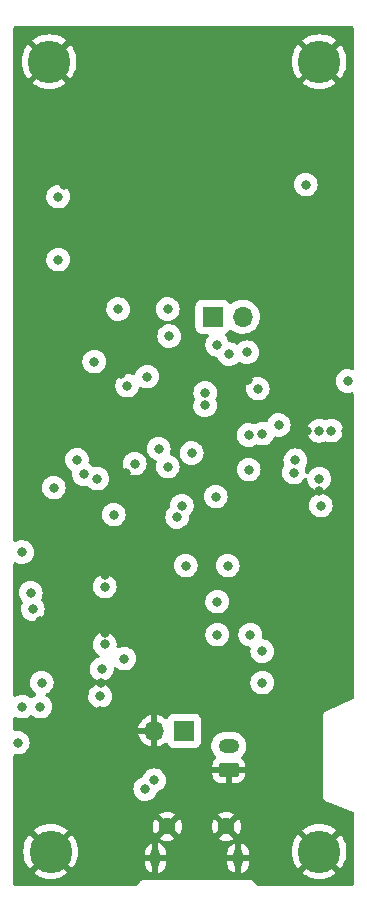
<source format=gbr>
%TF.GenerationSoftware,KiCad,Pcbnew,(6.0.8)*%
%TF.CreationDate,2023-05-05T23:38:08+01:00*%
%TF.ProjectId,circuit board design v1.0,63697263-7569-4742-9062-6f6172642064,rev?*%
%TF.SameCoordinates,Original*%
%TF.FileFunction,Copper,L3,Inr*%
%TF.FilePolarity,Positive*%
%FSLAX46Y46*%
G04 Gerber Fmt 4.6, Leading zero omitted, Abs format (unit mm)*
G04 Created by KiCad (PCBNEW (6.0.8)) date 2023-05-05 23:38:08*
%MOMM*%
%LPD*%
G01*
G04 APERTURE LIST*
G04 Aperture macros list*
%AMRoundRect*
0 Rectangle with rounded corners*
0 $1 Rounding radius*
0 $2 $3 $4 $5 $6 $7 $8 $9 X,Y pos of 4 corners*
0 Add a 4 corners polygon primitive as box body*
4,1,4,$2,$3,$4,$5,$6,$7,$8,$9,$2,$3,0*
0 Add four circle primitives for the rounded corners*
1,1,$1+$1,$2,$3*
1,1,$1+$1,$4,$5*
1,1,$1+$1,$6,$7*
1,1,$1+$1,$8,$9*
0 Add four rect primitives between the rounded corners*
20,1,$1+$1,$2,$3,$4,$5,0*
20,1,$1+$1,$4,$5,$6,$7,0*
20,1,$1+$1,$6,$7,$8,$9,0*
20,1,$1+$1,$8,$9,$2,$3,0*%
G04 Aperture macros list end*
%TA.AperFunction,ComponentPad*%
%ADD10R,1.700000X1.700000*%
%TD*%
%TA.AperFunction,ComponentPad*%
%ADD11O,1.700000X1.700000*%
%TD*%
%TA.AperFunction,ComponentPad*%
%ADD12C,1.450000*%
%TD*%
%TA.AperFunction,ComponentPad*%
%ADD13O,0.800000X1.600000*%
%TD*%
%TA.AperFunction,ComponentPad*%
%ADD14C,3.600000*%
%TD*%
%TA.AperFunction,ComponentPad*%
%ADD15RoundRect,0.250000X0.625000X-0.350000X0.625000X0.350000X-0.625000X0.350000X-0.625000X-0.350000X0*%
%TD*%
%TA.AperFunction,ComponentPad*%
%ADD16O,1.750000X1.200000*%
%TD*%
%TA.AperFunction,ViaPad*%
%ADD17C,0.800000*%
%TD*%
G04 APERTURE END LIST*
D10*
%TO.N,/MCU/SYS_JTCK_SWCLK*%
%TO.C,J6*%
X37460000Y-45212000D03*
D11*
%TO.N,/MCU/SYS_JTMS_SWDIO*%
X40000000Y-45212000D03*
%TD*%
D10*
%TO.N,+3.3V*%
%TO.C,J1*%
X35057000Y-80264000D03*
D11*
%TO.N,GND*%
X32517000Y-80264000D03*
%TD*%
D12*
%TO.N,GND*%
%TO.C,J3*%
X33620000Y-88378000D03*
X38620000Y-88378000D03*
D13*
X32620000Y-91078000D03*
X39620000Y-91078000D03*
%TD*%
D14*
%TO.N,GND*%
%TO.C,H4*%
X46482000Y-90500000D03*
%TD*%
D15*
%TO.N,GND*%
%TO.C,J2*%
X38825000Y-83566000D03*
D16*
%TO.N,Net-(J2-Pad2)*%
X38825000Y-81566000D03*
%TD*%
D14*
%TO.N,GND*%
%TO.C,H2*%
X46482000Y-23622000D03*
%TD*%
%TO.N,GND*%
%TO.C,H3*%
X23622000Y-23622000D03*
%TD*%
%TO.N,GND*%
%TO.C,H1*%
X23749000Y-90500000D03*
%TD*%
D17*
%TO.N,GND*%
X33147000Y-66294000D03*
%TO.N,+3.3V*%
X37846000Y-72136000D03*
X28067000Y-75057000D03*
%TO.N,/MCU/usb_d-*%
X36830000Y-52722000D03*
%TO.N,/MCU/usb_d+*%
X36830000Y-51672000D03*
%TO.N,/MCU/usb_d-*%
X32494730Y-84464768D03*
%TO.N,/MCU/usb_d+*%
X31752266Y-85207232D03*
%TO.N,/MCU/QUADSPI_CLK*%
X41656000Y-55118000D03*
X35687000Y-56769000D03*
%TO.N,/MCU/SPI1_SCK*%
X41656000Y-73533000D03*
%TO.N,/MCU/SPI1_MISO*%
X41656000Y-76200000D03*
%TO.N,/MCU/SPI1_MOSI*%
X33655000Y-57912000D03*
%TO.N,/MCU/Radio_Enable*%
X34849797Y-61216108D03*
%TO.N,/MCU/SYS_JTCK_SWCLK*%
X38862000Y-48387000D03*
%TO.N,/MCU/QUADSPI_NCS*%
X33782000Y-46863000D03*
X37845620Y-47587500D03*
%TO.N,/MCU/SCL*%
X44320500Y-58420000D03*
X47498000Y-54864000D03*
X30226000Y-51054000D03*
X22058500Y-68580000D03*
%TO.N,GND*%
X21844000Y-50292000D03*
X21844000Y-32893000D03*
X24892000Y-34036000D03*
X36698356Y-58678644D03*
X27940000Y-91821000D03*
X22860000Y-72517000D03*
X28575000Y-84582000D03*
X21717000Y-60833000D03*
X40450500Y-50604500D03*
X28321000Y-67122497D03*
X43561000Y-46138500D03*
X35000000Y-22000000D03*
X42000000Y-22000000D03*
X48100000Y-67000000D03*
X48006000Y-37211000D03*
X21971000Y-42926000D03*
X41529000Y-61595000D03*
X22860000Y-35052000D03*
X31500000Y-25000000D03*
X46482000Y-59944000D03*
X45466000Y-37211000D03*
X21336000Y-74168000D03*
X38354000Y-63627000D03*
X32678500Y-63881000D03*
X21717000Y-85852000D03*
X48100000Y-63300000D03*
X29083000Y-63500000D03*
X42799000Y-58166000D03*
X22860000Y-40386000D03*
X37211000Y-84709000D03*
X35000000Y-25000000D03*
X24257000Y-30480000D03*
X27940000Y-78613000D03*
X21463000Y-63246000D03*
X48641000Y-57277000D03*
X37846000Y-86741000D03*
X48000000Y-34290000D03*
X30099000Y-58420000D03*
X26162000Y-54102000D03*
X29337000Y-55372000D03*
X28194000Y-45085000D03*
X21336000Y-62357000D03*
X48000000Y-32004000D03*
X42000000Y-25000000D03*
X45212000Y-41656000D03*
X29718000Y-50038000D03*
X35179000Y-63246000D03*
X31500000Y-22000000D03*
X27940000Y-79756000D03*
X45466000Y-32004000D03*
X45457401Y-54872599D03*
X35052000Y-68199000D03*
X28000000Y-25000000D03*
X48000000Y-28956000D03*
X24257000Y-28067000D03*
X48768000Y-54864000D03*
X24003000Y-57531000D03*
X28321000Y-72009000D03*
X27999502Y-81534000D03*
X48100000Y-74400000D03*
X35179000Y-64770000D03*
X48100000Y-70700000D03*
X28000000Y-22000000D03*
X22860000Y-70993000D03*
X24257000Y-42926000D03*
X21844000Y-28067000D03*
X38500000Y-25000000D03*
X48006000Y-41656000D03*
X30861000Y-91821000D03*
X45339000Y-28956000D03*
X41910000Y-48222500D03*
X38500000Y-22000000D03*
X27999502Y-76200000D03*
X21844000Y-30480000D03*
%TO.N,+3.3V*%
X29972000Y-74168000D03*
X46609000Y-61214000D03*
X33655000Y-44577000D03*
X40386000Y-48222500D03*
X24384000Y-35052000D03*
X40640000Y-72136000D03*
X48895000Y-50673000D03*
X45339000Y-34036000D03*
X46482000Y-58928000D03*
X27940000Y-77343000D03*
X29083000Y-61976000D03*
X43053000Y-54387500D03*
X29464000Y-44577000D03*
X24384000Y-40386000D03*
X37719000Y-60452000D03*
X28321000Y-72958503D03*
X27432000Y-49022000D03*
X22860000Y-78232000D03*
X22987000Y-76200000D03*
X28321000Y-68072000D03*
X21336000Y-78232000D03*
X20955000Y-81280000D03*
X37846000Y-69342000D03*
%TO.N,+3.3VA*%
X40513000Y-55245000D03*
X24003000Y-59690000D03*
X21336000Y-65151000D03*
X32893395Y-56388000D03*
%TO.N,/MCU/SYS_JTMS_SWDIO*%
X41275000Y-51308000D03*
%TO.N,/MCU/SDA*%
X44462723Y-57374313D03*
X31906687Y-50292000D03*
X46485949Y-54876548D03*
X22225000Y-69977000D03*
%TO.N,Net-(J2-Pad2)*%
X38735000Y-66294000D03*
%TO.N,/MCU/PWR_BVOLTS*%
X34458944Y-62188056D03*
X35179000Y-66294000D03*
%TO.N,/MCU/Radio_DIO1*%
X25966500Y-57318537D03*
%TO.N,/MCU/Radio_DIO0*%
X26543000Y-58547000D03*
%TO.N,/MCU/Radio_TX*%
X30861000Y-57658000D03*
%TO.N,/MCU/Radio_RX*%
X27686000Y-58928000D03*
%TO.N,/MCU/Radio_Reset*%
X40513000Y-58166000D03*
%TD*%
%TA.AperFunction,Conductor*%
%TO.N,GND*%
G36*
X49325491Y-20620462D02*
G01*
X49380029Y-20675000D01*
X49399991Y-20749400D01*
X49415001Y-43650213D01*
X49418891Y-49585591D01*
X49398978Y-49660104D01*
X49344476Y-49714678D01*
X49269989Y-49734689D01*
X49225830Y-49728025D01*
X49104118Y-49690349D01*
X49104115Y-49690348D01*
X49097152Y-49688193D01*
X49089910Y-49687432D01*
X49089906Y-49687431D01*
X48909260Y-49668444D01*
X48909259Y-49668444D01*
X48902019Y-49667683D01*
X48706618Y-49685466D01*
X48518393Y-49740864D01*
X48344512Y-49831767D01*
X48338838Y-49836329D01*
X48203043Y-49945511D01*
X48191600Y-49954711D01*
X48065480Y-50105016D01*
X47970956Y-50276954D01*
X47911628Y-50463978D01*
X47910815Y-50471222D01*
X47910815Y-50471224D01*
X47909782Y-50480434D01*
X47889757Y-50658963D01*
X47906175Y-50854483D01*
X47960258Y-51043091D01*
X48049944Y-51217601D01*
X48171818Y-51371369D01*
X48321238Y-51498535D01*
X48327601Y-51502091D01*
X48486149Y-51590701D01*
X48486155Y-51590704D01*
X48492513Y-51594257D01*
X48679118Y-51654889D01*
X48787803Y-51667849D01*
X48866715Y-51677259D01*
X48866718Y-51677259D01*
X48873946Y-51678121D01*
X48985443Y-51669542D01*
X49062314Y-51663627D01*
X49062316Y-51663627D01*
X49069576Y-51663068D01*
X49231247Y-51617928D01*
X49308370Y-51617120D01*
X49375565Y-51654982D01*
X49414827Y-51721369D01*
X49420316Y-51761341D01*
X49428484Y-64222240D01*
X49437118Y-77395068D01*
X49437176Y-77483822D01*
X49417263Y-77558335D01*
X49362761Y-77612909D01*
X49346870Y-77620873D01*
X47138580Y-78567283D01*
X47136987Y-78567954D01*
X47068159Y-78596464D01*
X47060413Y-78602408D01*
X47060409Y-78602410D01*
X47040768Y-78617481D01*
X47026136Y-78627387D01*
X46996453Y-78645011D01*
X46978754Y-78663147D01*
X46962823Y-78677291D01*
X46942718Y-78692718D01*
X46936775Y-78700463D01*
X46936771Y-78700467D01*
X46921701Y-78720107D01*
X46910127Y-78733467D01*
X46886020Y-78758170D01*
X46873611Y-78780282D01*
X46861894Y-78798050D01*
X46846464Y-78818159D01*
X46842727Y-78827180D01*
X46842725Y-78827184D01*
X46833252Y-78850053D01*
X46825534Y-78865948D01*
X46808638Y-78896055D01*
X46802375Y-78920622D01*
X46795655Y-78940822D01*
X46785956Y-78964238D01*
X46784681Y-78973920D01*
X46784681Y-78973921D01*
X46781451Y-78998455D01*
X46778109Y-79015810D01*
X46776008Y-79024053D01*
X46769580Y-79049270D01*
X46769699Y-79059036D01*
X46769699Y-79059037D01*
X46770489Y-79123811D01*
X46770500Y-79125628D01*
X46770500Y-85648366D01*
X46770088Y-85656434D01*
X46768477Y-85663219D01*
X46768757Y-85672977D01*
X46768757Y-85672981D01*
X46770439Y-85731507D01*
X46770500Y-85735786D01*
X46770500Y-85764361D01*
X46771136Y-85769196D01*
X46771455Y-85774059D01*
X46771330Y-85774067D01*
X46771847Y-85780531D01*
X46773018Y-85821269D01*
X46775815Y-85830623D01*
X46775816Y-85830631D01*
X46778491Y-85839577D01*
X46783460Y-85862808D01*
X46784680Y-85872073D01*
X46784681Y-85872077D01*
X46785956Y-85881762D01*
X46789693Y-85890785D01*
X46789695Y-85890791D01*
X46801544Y-85919399D01*
X46806641Y-85933733D01*
X46818309Y-85972758D01*
X46823430Y-85981067D01*
X46823431Y-85981069D01*
X46828338Y-85989030D01*
X46839151Y-86010187D01*
X46842726Y-86018817D01*
X46846464Y-86027841D01*
X46871270Y-86060169D01*
X46879886Y-86072672D01*
X46901266Y-86107362D01*
X46908363Y-86114062D01*
X46908364Y-86114064D01*
X46915164Y-86120484D01*
X46931078Y-86138113D01*
X46942718Y-86153282D01*
X46975038Y-86178083D01*
X46986615Y-86187945D01*
X46996524Y-86197300D01*
X47016235Y-86215910D01*
X47024824Y-86220545D01*
X47024828Y-86220548D01*
X47033054Y-86224987D01*
X47052999Y-86237904D01*
X47060407Y-86243588D01*
X47060409Y-86243589D01*
X47068159Y-86249536D01*
X47105778Y-86265118D01*
X47111660Y-86267913D01*
X47111712Y-86267799D01*
X47116149Y-86269831D01*
X47120442Y-86272148D01*
X47147215Y-86282347D01*
X47151109Y-86283895D01*
X47214238Y-86310044D01*
X47221150Y-86310954D01*
X47228827Y-86313438D01*
X48098473Y-86644731D01*
X49341543Y-87118281D01*
X49404056Y-87163457D01*
X49435606Y-87233837D01*
X49437500Y-87257520D01*
X49437500Y-93230500D01*
X49417538Y-93305000D01*
X49363000Y-93359538D01*
X49288500Y-93379500D01*
X41268750Y-93379500D01*
X41194250Y-93359538D01*
X41149552Y-93319903D01*
X41039983Y-93173811D01*
X41038587Y-93171696D01*
X41037536Y-93169159D01*
X40991918Y-93109708D01*
X40990929Y-93108404D01*
X40972710Y-93084112D01*
X40972700Y-93084101D01*
X40969783Y-93080211D01*
X40967918Y-93078304D01*
X40966139Y-93076112D01*
X40947228Y-93051467D01*
X40941282Y-93043718D01*
X40933532Y-93037771D01*
X40920818Y-93028015D01*
X40905013Y-93014000D01*
X40893810Y-93002548D01*
X40886978Y-92995564D01*
X40872640Y-92987074D01*
X40857662Y-92978205D01*
X40842873Y-92968205D01*
X40823593Y-92953411D01*
X40823587Y-92953408D01*
X40815841Y-92947464D01*
X40806820Y-92943728D01*
X40806814Y-92943724D01*
X40792005Y-92937590D01*
X40773109Y-92928142D01*
X40759328Y-92919982D01*
X40759327Y-92919982D01*
X40750924Y-92915006D01*
X40718123Y-92905829D01*
X40701248Y-92899997D01*
X40678789Y-92890694D01*
X40678781Y-92890692D01*
X40669762Y-92886956D01*
X40660080Y-92885681D01*
X40660079Y-92885681D01*
X40653386Y-92884800D01*
X40644194Y-92883590D01*
X40623499Y-92879355D01*
X40608061Y-92875036D01*
X40608060Y-92875036D01*
X40598656Y-92872405D01*
X40557822Y-92871956D01*
X40555008Y-92871848D01*
X40552361Y-92871500D01*
X40517148Y-92871500D01*
X40515510Y-92871491D01*
X40440551Y-92870667D01*
X40437896Y-92871347D01*
X40435351Y-92871500D01*
X31827649Y-92871500D01*
X31825104Y-92871347D01*
X31822449Y-92870667D01*
X31747490Y-92871491D01*
X31745852Y-92871500D01*
X31710639Y-92871500D01*
X31707992Y-92871848D01*
X31705178Y-92871956D01*
X31664344Y-92872405D01*
X31654940Y-92875036D01*
X31654939Y-92875036D01*
X31639501Y-92879355D01*
X31618806Y-92883590D01*
X31609614Y-92884800D01*
X31602921Y-92885681D01*
X31602920Y-92885681D01*
X31593238Y-92886956D01*
X31584219Y-92890692D01*
X31584211Y-92890694D01*
X31561752Y-92899997D01*
X31544877Y-92905829D01*
X31512076Y-92915006D01*
X31503673Y-92919982D01*
X31503672Y-92919982D01*
X31489891Y-92928142D01*
X31470995Y-92937590D01*
X31456186Y-92943724D01*
X31456180Y-92943728D01*
X31447159Y-92947464D01*
X31439413Y-92953408D01*
X31439407Y-92953411D01*
X31420127Y-92968205D01*
X31405338Y-92978205D01*
X31390360Y-92987074D01*
X31376022Y-92995564D01*
X31369190Y-93002548D01*
X31357987Y-93014000D01*
X31342182Y-93028015D01*
X31329468Y-93037771D01*
X31321718Y-93043718D01*
X31315772Y-93051467D01*
X31296861Y-93076112D01*
X31295082Y-93078304D01*
X31293217Y-93080211D01*
X31290300Y-93084101D01*
X31290290Y-93084112D01*
X31272071Y-93108404D01*
X31271082Y-93109708D01*
X31225464Y-93169159D01*
X31224413Y-93171696D01*
X31223017Y-93173811D01*
X31113449Y-93319902D01*
X31052780Y-93367523D01*
X30994250Y-93379500D01*
X20749500Y-93379500D01*
X20675000Y-93359538D01*
X20620462Y-93305000D01*
X20600500Y-93230500D01*
X20600500Y-92303337D01*
X22310736Y-92303337D01*
X22316748Y-92313751D01*
X22337298Y-92331773D01*
X22345019Y-92337697D01*
X22588473Y-92500368D01*
X22596895Y-92505230D01*
X22859503Y-92634734D01*
X22868480Y-92638453D01*
X23145755Y-92732575D01*
X23155143Y-92735091D01*
X23442317Y-92792213D01*
X23451963Y-92793483D01*
X23744133Y-92812633D01*
X23753867Y-92812633D01*
X24046037Y-92793483D01*
X24055683Y-92792213D01*
X24342857Y-92735091D01*
X24352245Y-92732575D01*
X24629520Y-92638453D01*
X24638497Y-92634734D01*
X24901105Y-92505230D01*
X24909527Y-92500368D01*
X25152981Y-92337697D01*
X25160702Y-92331773D01*
X25178379Y-92316270D01*
X25187277Y-92302954D01*
X25181959Y-92292169D01*
X23762871Y-90873081D01*
X23749000Y-90865073D01*
X23735129Y-90873081D01*
X22318744Y-92289466D01*
X22310736Y-92303337D01*
X20600500Y-92303337D01*
X20600500Y-90504867D01*
X21436367Y-90504867D01*
X21455517Y-90797037D01*
X21456787Y-90806683D01*
X21513909Y-91093857D01*
X21516425Y-91103245D01*
X21610547Y-91380520D01*
X21614266Y-91389497D01*
X21743770Y-91652105D01*
X21748632Y-91660527D01*
X21911303Y-91903981D01*
X21917227Y-91911702D01*
X21932730Y-91929379D01*
X21946046Y-91938277D01*
X21956831Y-91932959D01*
X23375919Y-90513871D01*
X23383927Y-90500000D01*
X24114073Y-90500000D01*
X24122081Y-90513871D01*
X25538466Y-91930256D01*
X25552337Y-91938264D01*
X25562751Y-91932252D01*
X25580773Y-91911702D01*
X25586697Y-91903981D01*
X25749368Y-91660527D01*
X25754230Y-91652105D01*
X25818544Y-91521690D01*
X31712000Y-91521690D01*
X31712408Y-91529471D01*
X31726133Y-91660062D01*
X31729362Y-91675249D01*
X31783518Y-91841924D01*
X31789835Y-91856112D01*
X31877464Y-92007891D01*
X31886588Y-92020448D01*
X32003858Y-92150691D01*
X32015396Y-92161081D01*
X32157183Y-92264094D01*
X32170633Y-92271859D01*
X32330730Y-92343139D01*
X32345507Y-92347941D01*
X32346813Y-92348219D01*
X32362807Y-92347380D01*
X32366000Y-92341115D01*
X32366000Y-92332681D01*
X32874000Y-92332681D01*
X32878145Y-92348152D01*
X32884939Y-92349972D01*
X32894493Y-92347941D01*
X32909270Y-92343139D01*
X33069367Y-92271859D01*
X33082817Y-92264094D01*
X33224604Y-92161081D01*
X33236142Y-92150691D01*
X33353412Y-92020448D01*
X33362536Y-92007891D01*
X33450165Y-91856112D01*
X33456482Y-91841924D01*
X33510638Y-91675249D01*
X33513867Y-91660062D01*
X33527592Y-91529471D01*
X33528000Y-91521690D01*
X38712000Y-91521690D01*
X38712408Y-91529471D01*
X38726133Y-91660062D01*
X38729362Y-91675249D01*
X38783518Y-91841924D01*
X38789835Y-91856112D01*
X38877464Y-92007891D01*
X38886588Y-92020448D01*
X39003858Y-92150691D01*
X39015396Y-92161081D01*
X39157183Y-92264094D01*
X39170633Y-92271859D01*
X39330730Y-92343139D01*
X39345507Y-92347941D01*
X39346813Y-92348219D01*
X39362807Y-92347380D01*
X39366000Y-92341115D01*
X39366000Y-92332681D01*
X39874000Y-92332681D01*
X39878145Y-92348152D01*
X39884939Y-92349972D01*
X39894493Y-92347941D01*
X39909270Y-92343139D01*
X39998666Y-92303337D01*
X45043736Y-92303337D01*
X45049748Y-92313751D01*
X45070298Y-92331773D01*
X45078019Y-92337697D01*
X45321473Y-92500368D01*
X45329895Y-92505230D01*
X45592503Y-92634734D01*
X45601480Y-92638453D01*
X45878755Y-92732575D01*
X45888143Y-92735091D01*
X46175317Y-92792213D01*
X46184963Y-92793483D01*
X46477133Y-92812633D01*
X46486867Y-92812633D01*
X46779037Y-92793483D01*
X46788683Y-92792213D01*
X47075857Y-92735091D01*
X47085245Y-92732575D01*
X47362520Y-92638453D01*
X47371497Y-92634734D01*
X47634105Y-92505230D01*
X47642527Y-92500368D01*
X47885981Y-92337697D01*
X47893702Y-92331773D01*
X47911379Y-92316270D01*
X47920277Y-92302954D01*
X47914959Y-92292169D01*
X46495871Y-90873081D01*
X46482000Y-90865073D01*
X46468129Y-90873081D01*
X45051744Y-92289466D01*
X45043736Y-92303337D01*
X39998666Y-92303337D01*
X40069367Y-92271859D01*
X40082817Y-92264094D01*
X40224604Y-92161081D01*
X40236142Y-92150691D01*
X40353412Y-92020448D01*
X40362536Y-92007891D01*
X40450165Y-91856112D01*
X40456482Y-91841924D01*
X40510638Y-91675249D01*
X40513867Y-91660062D01*
X40527592Y-91529471D01*
X40528000Y-91521690D01*
X40528000Y-91351616D01*
X40523855Y-91336145D01*
X40508384Y-91332000D01*
X39893616Y-91332000D01*
X39878145Y-91336145D01*
X39874000Y-91351616D01*
X39874000Y-92332681D01*
X39366000Y-92332681D01*
X39366000Y-91351616D01*
X39361855Y-91336145D01*
X39346384Y-91332000D01*
X38731616Y-91332000D01*
X38716145Y-91336145D01*
X38712000Y-91351616D01*
X38712000Y-91521690D01*
X33528000Y-91521690D01*
X33528000Y-91351616D01*
X33523855Y-91336145D01*
X33508384Y-91332000D01*
X32893616Y-91332000D01*
X32878145Y-91336145D01*
X32874000Y-91351616D01*
X32874000Y-92332681D01*
X32366000Y-92332681D01*
X32366000Y-91351616D01*
X32361855Y-91336145D01*
X32346384Y-91332000D01*
X31731616Y-91332000D01*
X31716145Y-91336145D01*
X31712000Y-91351616D01*
X31712000Y-91521690D01*
X25818544Y-91521690D01*
X25883734Y-91389497D01*
X25887453Y-91380520D01*
X25981575Y-91103245D01*
X25984091Y-91093857D01*
X26041213Y-90806683D01*
X26041516Y-90804384D01*
X31712000Y-90804384D01*
X31716145Y-90819855D01*
X31731616Y-90824000D01*
X32346384Y-90824000D01*
X32361855Y-90819855D01*
X32366000Y-90804384D01*
X32874000Y-90804384D01*
X32878145Y-90819855D01*
X32893616Y-90824000D01*
X33508384Y-90824000D01*
X33523855Y-90819855D01*
X33528000Y-90804384D01*
X38712000Y-90804384D01*
X38716145Y-90819855D01*
X38731616Y-90824000D01*
X39346384Y-90824000D01*
X39361855Y-90819855D01*
X39366000Y-90804384D01*
X39874000Y-90804384D01*
X39878145Y-90819855D01*
X39893616Y-90824000D01*
X40508384Y-90824000D01*
X40523855Y-90819855D01*
X40528000Y-90804384D01*
X40528000Y-90634310D01*
X40527592Y-90626529D01*
X40514805Y-90504867D01*
X44169367Y-90504867D01*
X44188517Y-90797037D01*
X44189787Y-90806683D01*
X44246909Y-91093857D01*
X44249425Y-91103245D01*
X44343547Y-91380520D01*
X44347266Y-91389497D01*
X44476770Y-91652105D01*
X44481632Y-91660527D01*
X44644303Y-91903981D01*
X44650227Y-91911702D01*
X44665730Y-91929379D01*
X44679046Y-91938277D01*
X44689831Y-91932959D01*
X46108919Y-90513871D01*
X46116927Y-90500000D01*
X46847073Y-90500000D01*
X46855081Y-90513871D01*
X48271466Y-91930256D01*
X48285337Y-91938264D01*
X48295751Y-91932252D01*
X48313773Y-91911702D01*
X48319697Y-91903981D01*
X48482368Y-91660527D01*
X48487230Y-91652105D01*
X48616734Y-91389497D01*
X48620453Y-91380520D01*
X48714575Y-91103245D01*
X48717091Y-91093857D01*
X48774213Y-90806683D01*
X48775483Y-90797037D01*
X48794633Y-90504867D01*
X48794633Y-90495133D01*
X48775483Y-90202963D01*
X48774213Y-90193317D01*
X48717091Y-89906143D01*
X48714575Y-89896755D01*
X48620453Y-89619480D01*
X48616734Y-89610503D01*
X48487230Y-89347895D01*
X48482368Y-89339473D01*
X48319697Y-89096019D01*
X48313773Y-89088298D01*
X48298270Y-89070621D01*
X48284954Y-89061723D01*
X48274169Y-89067041D01*
X46855081Y-90486129D01*
X46847073Y-90500000D01*
X46116927Y-90500000D01*
X46108919Y-90486129D01*
X44692534Y-89069744D01*
X44678663Y-89061736D01*
X44668249Y-89067748D01*
X44650227Y-89088298D01*
X44644303Y-89096019D01*
X44481632Y-89339473D01*
X44476770Y-89347895D01*
X44347266Y-89610503D01*
X44343547Y-89619480D01*
X44249425Y-89896755D01*
X44246909Y-89906143D01*
X44189787Y-90193317D01*
X44188517Y-90202963D01*
X44169367Y-90495133D01*
X44169367Y-90504867D01*
X40514805Y-90504867D01*
X40513867Y-90495938D01*
X40510638Y-90480751D01*
X40456482Y-90314076D01*
X40450165Y-90299888D01*
X40362536Y-90148109D01*
X40353412Y-90135552D01*
X40236142Y-90005309D01*
X40224604Y-89994919D01*
X40082817Y-89891906D01*
X40069367Y-89884141D01*
X39909270Y-89812861D01*
X39894493Y-89808059D01*
X39893187Y-89807781D01*
X39877193Y-89808620D01*
X39874000Y-89814885D01*
X39874000Y-90804384D01*
X39366000Y-90804384D01*
X39366000Y-89823319D01*
X39361855Y-89807848D01*
X39355061Y-89806028D01*
X39345507Y-89808059D01*
X39330730Y-89812861D01*
X39170633Y-89884141D01*
X39157183Y-89891906D01*
X39015396Y-89994919D01*
X39003858Y-90005309D01*
X38886588Y-90135552D01*
X38877464Y-90148109D01*
X38789835Y-90299888D01*
X38783518Y-90314076D01*
X38729362Y-90480751D01*
X38726133Y-90495938D01*
X38712408Y-90626529D01*
X38712000Y-90634310D01*
X38712000Y-90804384D01*
X33528000Y-90804384D01*
X33528000Y-90634310D01*
X33527592Y-90626529D01*
X33513867Y-90495938D01*
X33510638Y-90480751D01*
X33456482Y-90314076D01*
X33450165Y-90299888D01*
X33362536Y-90148109D01*
X33353412Y-90135552D01*
X33236142Y-90005309D01*
X33224604Y-89994919D01*
X33082817Y-89891906D01*
X33069367Y-89884141D01*
X32909270Y-89812861D01*
X32894493Y-89808059D01*
X32893187Y-89807781D01*
X32877193Y-89808620D01*
X32874000Y-89814885D01*
X32874000Y-90804384D01*
X32366000Y-90804384D01*
X32366000Y-89823319D01*
X32361855Y-89807848D01*
X32355061Y-89806028D01*
X32345507Y-89808059D01*
X32330730Y-89812861D01*
X32170633Y-89884141D01*
X32157183Y-89891906D01*
X32015396Y-89994919D01*
X32003858Y-90005309D01*
X31886588Y-90135552D01*
X31877464Y-90148109D01*
X31789835Y-90299888D01*
X31783518Y-90314076D01*
X31729362Y-90480751D01*
X31726133Y-90495938D01*
X31712408Y-90626529D01*
X31712000Y-90634310D01*
X31712000Y-90804384D01*
X26041516Y-90804384D01*
X26042483Y-90797037D01*
X26061633Y-90504867D01*
X26061633Y-90495133D01*
X26042483Y-90202963D01*
X26041213Y-90193317D01*
X25984091Y-89906143D01*
X25981575Y-89896755D01*
X25887453Y-89619480D01*
X25883734Y-89610503D01*
X25785472Y-89411248D01*
X32951825Y-89411248D01*
X32955803Y-89418139D01*
X32995815Y-89446156D01*
X33007043Y-89452638D01*
X33190785Y-89538319D01*
X33202959Y-89542750D01*
X33398795Y-89595224D01*
X33411550Y-89597473D01*
X33613519Y-89615143D01*
X33626481Y-89615143D01*
X33828450Y-89597473D01*
X33841205Y-89595224D01*
X34037041Y-89542750D01*
X34049215Y-89538319D01*
X34232957Y-89452638D01*
X34244185Y-89446156D01*
X34277969Y-89422500D01*
X34287410Y-89411248D01*
X37951825Y-89411248D01*
X37955803Y-89418139D01*
X37995815Y-89446156D01*
X38007043Y-89452638D01*
X38190785Y-89538319D01*
X38202959Y-89542750D01*
X38398795Y-89595224D01*
X38411550Y-89597473D01*
X38613519Y-89615143D01*
X38626481Y-89615143D01*
X38828450Y-89597473D01*
X38841205Y-89595224D01*
X39037041Y-89542750D01*
X39049215Y-89538319D01*
X39232957Y-89452638D01*
X39244185Y-89446156D01*
X39277969Y-89422500D01*
X39288264Y-89410230D01*
X39285543Y-89402753D01*
X38633871Y-88751081D01*
X38620000Y-88743073D01*
X38606129Y-88751081D01*
X37959833Y-89397377D01*
X37951825Y-89411248D01*
X34287410Y-89411248D01*
X34288264Y-89410230D01*
X34285543Y-89402753D01*
X33633871Y-88751081D01*
X33620000Y-88743073D01*
X33606129Y-88751081D01*
X32959833Y-89397377D01*
X32951825Y-89411248D01*
X25785472Y-89411248D01*
X25754230Y-89347895D01*
X25749368Y-89339473D01*
X25586697Y-89096019D01*
X25580773Y-89088298D01*
X25565270Y-89070621D01*
X25551954Y-89061723D01*
X25541169Y-89067041D01*
X24122081Y-90486129D01*
X24114073Y-90500000D01*
X23383927Y-90500000D01*
X23375919Y-90486129D01*
X21959534Y-89069744D01*
X21945663Y-89061736D01*
X21935249Y-89067748D01*
X21917227Y-89088298D01*
X21911303Y-89096019D01*
X21748632Y-89339473D01*
X21743770Y-89347895D01*
X21614266Y-89610503D01*
X21610547Y-89619480D01*
X21516425Y-89896755D01*
X21513909Y-89906143D01*
X21456787Y-90193317D01*
X21455517Y-90202963D01*
X21436367Y-90495133D01*
X21436367Y-90504867D01*
X20600500Y-90504867D01*
X20600500Y-88697046D01*
X22310723Y-88697046D01*
X22316041Y-88707831D01*
X23735129Y-90126919D01*
X23749000Y-90134927D01*
X23762871Y-90126919D01*
X25179256Y-88710534D01*
X25187264Y-88696663D01*
X25181252Y-88686249D01*
X25160702Y-88668227D01*
X25152981Y-88662303D01*
X24909527Y-88499632D01*
X24901105Y-88494770D01*
X24677461Y-88384481D01*
X32382857Y-88384481D01*
X32400527Y-88586450D01*
X32402776Y-88599205D01*
X32455250Y-88795041D01*
X32459681Y-88807215D01*
X32545362Y-88990957D01*
X32551844Y-89002185D01*
X32575500Y-89035969D01*
X32587770Y-89046264D01*
X32595247Y-89043543D01*
X33246919Y-88391871D01*
X33254927Y-88378000D01*
X33985073Y-88378000D01*
X33993081Y-88391871D01*
X34639377Y-89038167D01*
X34653248Y-89046175D01*
X34660139Y-89042197D01*
X34688156Y-89002185D01*
X34694638Y-88990957D01*
X34780319Y-88807215D01*
X34784750Y-88795041D01*
X34837224Y-88599205D01*
X34839473Y-88586450D01*
X34857143Y-88384481D01*
X37382857Y-88384481D01*
X37400527Y-88586450D01*
X37402776Y-88599205D01*
X37455250Y-88795041D01*
X37459681Y-88807215D01*
X37545362Y-88990957D01*
X37551844Y-89002185D01*
X37575500Y-89035969D01*
X37587770Y-89046264D01*
X37595247Y-89043543D01*
X38246919Y-88391871D01*
X38254927Y-88378000D01*
X38985073Y-88378000D01*
X38993081Y-88391871D01*
X39639377Y-89038167D01*
X39653248Y-89046175D01*
X39660139Y-89042197D01*
X39688156Y-89002185D01*
X39694638Y-88990957D01*
X39780319Y-88807215D01*
X39784750Y-88795041D01*
X39811008Y-88697046D01*
X45043723Y-88697046D01*
X45049041Y-88707831D01*
X46468129Y-90126919D01*
X46482000Y-90134927D01*
X46495871Y-90126919D01*
X47912256Y-88710534D01*
X47920264Y-88696663D01*
X47914252Y-88686249D01*
X47893702Y-88668227D01*
X47885981Y-88662303D01*
X47642527Y-88499632D01*
X47634105Y-88494770D01*
X47371497Y-88365266D01*
X47362520Y-88361547D01*
X47085245Y-88267425D01*
X47075857Y-88264909D01*
X46788683Y-88207787D01*
X46779037Y-88206517D01*
X46486867Y-88187367D01*
X46477133Y-88187367D01*
X46184963Y-88206517D01*
X46175317Y-88207787D01*
X45888143Y-88264909D01*
X45878755Y-88267425D01*
X45601480Y-88361547D01*
X45592503Y-88365266D01*
X45329895Y-88494770D01*
X45321473Y-88499632D01*
X45078019Y-88662303D01*
X45070298Y-88668227D01*
X45052621Y-88683730D01*
X45043723Y-88697046D01*
X39811008Y-88697046D01*
X39837224Y-88599205D01*
X39839473Y-88586450D01*
X39857143Y-88384481D01*
X39857143Y-88371519D01*
X39839473Y-88169550D01*
X39837224Y-88156795D01*
X39784750Y-87960959D01*
X39780319Y-87948785D01*
X39694638Y-87765043D01*
X39688156Y-87753815D01*
X39664500Y-87720031D01*
X39652230Y-87709736D01*
X39644753Y-87712457D01*
X38993081Y-88364129D01*
X38985073Y-88378000D01*
X38254927Y-88378000D01*
X38246919Y-88364129D01*
X37600623Y-87717833D01*
X37586752Y-87709825D01*
X37579861Y-87713803D01*
X37551844Y-87753815D01*
X37545362Y-87765043D01*
X37459681Y-87948785D01*
X37455250Y-87960959D01*
X37402776Y-88156795D01*
X37400527Y-88169550D01*
X37382857Y-88371519D01*
X37382857Y-88384481D01*
X34857143Y-88384481D01*
X34857143Y-88371519D01*
X34839473Y-88169550D01*
X34837224Y-88156795D01*
X34784750Y-87960959D01*
X34780319Y-87948785D01*
X34694638Y-87765043D01*
X34688156Y-87753815D01*
X34664500Y-87720031D01*
X34652230Y-87709736D01*
X34644753Y-87712457D01*
X33993081Y-88364129D01*
X33985073Y-88378000D01*
X33254927Y-88378000D01*
X33246919Y-88364129D01*
X32600623Y-87717833D01*
X32586752Y-87709825D01*
X32579861Y-87713803D01*
X32551844Y-87753815D01*
X32545362Y-87765043D01*
X32459681Y-87948785D01*
X32455250Y-87960959D01*
X32402776Y-88156795D01*
X32400527Y-88169550D01*
X32382857Y-88371519D01*
X32382857Y-88384481D01*
X24677461Y-88384481D01*
X24638497Y-88365266D01*
X24629520Y-88361547D01*
X24352245Y-88267425D01*
X24342857Y-88264909D01*
X24055683Y-88207787D01*
X24046037Y-88206517D01*
X23753867Y-88187367D01*
X23744133Y-88187367D01*
X23451963Y-88206517D01*
X23442317Y-88207787D01*
X23155143Y-88264909D01*
X23145755Y-88267425D01*
X22868480Y-88361547D01*
X22859503Y-88365266D01*
X22596895Y-88494770D01*
X22588473Y-88499632D01*
X22345019Y-88662303D01*
X22337298Y-88668227D01*
X22319621Y-88683730D01*
X22310723Y-88697046D01*
X20600500Y-88697046D01*
X20600500Y-87345770D01*
X32951736Y-87345770D01*
X32954457Y-87353247D01*
X33606129Y-88004919D01*
X33620000Y-88012927D01*
X33633871Y-88004919D01*
X34280167Y-87358623D01*
X34287587Y-87345770D01*
X37951736Y-87345770D01*
X37954457Y-87353247D01*
X38606129Y-88004919D01*
X38620000Y-88012927D01*
X38633871Y-88004919D01*
X39280167Y-87358623D01*
X39288175Y-87344752D01*
X39284197Y-87337861D01*
X39244185Y-87309844D01*
X39232957Y-87303362D01*
X39049215Y-87217681D01*
X39037041Y-87213250D01*
X38841205Y-87160776D01*
X38828450Y-87158527D01*
X38626481Y-87140857D01*
X38613519Y-87140857D01*
X38411550Y-87158527D01*
X38398795Y-87160776D01*
X38202959Y-87213250D01*
X38190785Y-87217681D01*
X38007043Y-87303362D01*
X37995815Y-87309844D01*
X37962031Y-87333500D01*
X37951736Y-87345770D01*
X34287587Y-87345770D01*
X34288175Y-87344752D01*
X34284197Y-87337861D01*
X34244185Y-87309844D01*
X34232957Y-87303362D01*
X34049215Y-87217681D01*
X34037041Y-87213250D01*
X33841205Y-87160776D01*
X33828450Y-87158527D01*
X33626481Y-87140857D01*
X33613519Y-87140857D01*
X33411550Y-87158527D01*
X33398795Y-87160776D01*
X33202959Y-87213250D01*
X33190785Y-87217681D01*
X33007043Y-87303362D01*
X32995815Y-87309844D01*
X32962031Y-87333500D01*
X32951736Y-87345770D01*
X20600500Y-87345770D01*
X20600500Y-85193195D01*
X30747023Y-85193195D01*
X30763441Y-85388715D01*
X30817524Y-85577323D01*
X30907210Y-85751833D01*
X31029084Y-85905601D01*
X31178504Y-86032767D01*
X31184867Y-86036323D01*
X31343415Y-86124933D01*
X31343421Y-86124936D01*
X31349779Y-86128489D01*
X31536384Y-86189121D01*
X31645287Y-86202107D01*
X31723981Y-86211491D01*
X31723984Y-86211491D01*
X31731212Y-86212353D01*
X31842709Y-86203774D01*
X31919580Y-86197859D01*
X31919582Y-86197859D01*
X31926842Y-86197300D01*
X32063209Y-86159225D01*
X32108799Y-86146496D01*
X32108800Y-86146496D01*
X32115822Y-86144535D01*
X32122328Y-86141248D01*
X32122332Y-86141247D01*
X32284450Y-86059355D01*
X32284451Y-86059355D01*
X32290955Y-86056069D01*
X32397589Y-85972758D01*
X32439826Y-85939759D01*
X32439827Y-85939758D01*
X32445569Y-85935272D01*
X32573775Y-85786743D01*
X32670691Y-85616141D01*
X32704979Y-85513068D01*
X32747436Y-85448678D01*
X32806290Y-85416589D01*
X32812081Y-85414972D01*
X32858286Y-85402071D01*
X32864792Y-85398784D01*
X32864796Y-85398783D01*
X33026914Y-85316891D01*
X33026915Y-85316891D01*
X33033419Y-85313605D01*
X33188033Y-85192808D01*
X33316239Y-85044279D01*
X33413155Y-84873677D01*
X33475088Y-84687500D01*
X33476794Y-84674000D01*
X33496317Y-84519452D01*
X33499679Y-84492839D01*
X33500071Y-84464768D01*
X33480924Y-84269496D01*
X33473799Y-84245895D01*
X33426321Y-84088641D01*
X33424214Y-84081662D01*
X33364951Y-83970204D01*
X33360856Y-83962503D01*
X37442001Y-83962503D01*
X37442400Y-83970204D01*
X37452127Y-84063953D01*
X37455547Y-84079793D01*
X37506168Y-84231524D01*
X37513461Y-84247093D01*
X37597359Y-84382669D01*
X37608048Y-84396156D01*
X37720883Y-84508795D01*
X37734377Y-84519452D01*
X37870105Y-84603115D01*
X37885693Y-84610384D01*
X38037518Y-84660743D01*
X38053333Y-84664133D01*
X38145849Y-84673612D01*
X38153444Y-84674000D01*
X38551384Y-84674000D01*
X38566855Y-84669855D01*
X38571000Y-84654384D01*
X38571000Y-84654383D01*
X39079000Y-84654383D01*
X39083145Y-84669854D01*
X39098616Y-84673999D01*
X39496503Y-84673999D01*
X39504204Y-84673600D01*
X39597953Y-84663873D01*
X39613793Y-84660453D01*
X39765524Y-84609832D01*
X39781093Y-84602539D01*
X39916669Y-84518641D01*
X39930156Y-84507952D01*
X40042795Y-84395117D01*
X40053452Y-84381623D01*
X40137115Y-84245895D01*
X40144384Y-84230307D01*
X40194743Y-84078482D01*
X40198133Y-84062667D01*
X40207612Y-83970151D01*
X40208000Y-83962556D01*
X40208000Y-83839616D01*
X40203855Y-83824145D01*
X40188384Y-83820000D01*
X39098616Y-83820000D01*
X39083145Y-83824145D01*
X39079000Y-83839616D01*
X39079000Y-84654383D01*
X38571000Y-84654383D01*
X38571000Y-83839616D01*
X38566855Y-83824145D01*
X38551384Y-83820000D01*
X37461617Y-83820000D01*
X37446146Y-83824145D01*
X37442001Y-83839616D01*
X37442001Y-83962503D01*
X33360856Y-83962503D01*
X33335522Y-83914856D01*
X33335520Y-83914853D01*
X33332100Y-83908421D01*
X33327497Y-83902778D01*
X33327495Y-83902774D01*
X33212694Y-83762014D01*
X33208091Y-83756370D01*
X33056910Y-83631303D01*
X32884315Y-83537981D01*
X32753932Y-83497621D01*
X32703841Y-83482115D01*
X32703839Y-83482115D01*
X32696882Y-83479961D01*
X32689640Y-83479200D01*
X32689636Y-83479199D01*
X32508990Y-83460212D01*
X32508989Y-83460212D01*
X32501749Y-83459451D01*
X32306348Y-83477234D01*
X32118123Y-83532632D01*
X31944242Y-83623535D01*
X31791330Y-83746479D01*
X31665210Y-83896784D01*
X31570686Y-84068722D01*
X31568483Y-84075667D01*
X31542517Y-84157521D01*
X31500962Y-84222497D01*
X31442562Y-84255404D01*
X31382653Y-84273037D01*
X31382648Y-84273039D01*
X31375659Y-84275096D01*
X31201778Y-84365999D01*
X31196104Y-84370561D01*
X31084097Y-84460617D01*
X31048866Y-84488943D01*
X30922746Y-84639248D01*
X30828222Y-84811186D01*
X30768894Y-84998210D01*
X30768081Y-85005454D01*
X30768081Y-85005456D01*
X30763108Y-85049790D01*
X30747023Y-85193195D01*
X20600500Y-85193195D01*
X20600500Y-82413183D01*
X20620462Y-82338683D01*
X20675000Y-82284145D01*
X20749500Y-82264183D01*
X20767142Y-82265231D01*
X20926715Y-82284259D01*
X20926718Y-82284259D01*
X20933946Y-82285121D01*
X21045443Y-82276542D01*
X21122314Y-82270627D01*
X21122316Y-82270627D01*
X21129576Y-82270068D01*
X21318556Y-82217303D01*
X21325062Y-82214016D01*
X21325066Y-82214015D01*
X21487184Y-82132123D01*
X21487185Y-82132123D01*
X21493689Y-82128837D01*
X21648303Y-82008040D01*
X21776509Y-81859511D01*
X21866943Y-81700319D01*
X21869827Y-81695243D01*
X21869828Y-81695241D01*
X21873425Y-81688909D01*
X21935358Y-81502732D01*
X21939316Y-81471406D01*
X21959427Y-81312200D01*
X21959949Y-81308071D01*
X21960341Y-81280000D01*
X21941194Y-81084728D01*
X21884484Y-80896894D01*
X21853080Y-80837832D01*
X21795792Y-80730088D01*
X21795790Y-80730085D01*
X21792370Y-80723653D01*
X21787767Y-80718010D01*
X21787765Y-80718006D01*
X21672964Y-80577246D01*
X21668361Y-80571602D01*
X21616447Y-80528655D01*
X31184511Y-80528655D01*
X31215355Y-80665518D01*
X31219003Y-80677157D01*
X31298414Y-80872725D01*
X31303910Y-80883606D01*
X31414190Y-81063566D01*
X31421403Y-81073422D01*
X31559591Y-81232950D01*
X31568311Y-81241489D01*
X31730716Y-81376320D01*
X31740686Y-81383302D01*
X31922945Y-81489805D01*
X31933920Y-81495064D01*
X32131127Y-81570370D01*
X32142817Y-81573766D01*
X32243778Y-81594306D01*
X32259765Y-81593328D01*
X32263000Y-81586840D01*
X32263000Y-81581016D01*
X32771000Y-81581016D01*
X32775145Y-81596487D01*
X32784271Y-81598932D01*
X32794244Y-81597654D01*
X32806167Y-81595120D01*
X33008348Y-81534463D01*
X33019691Y-81530017D01*
X33209245Y-81437156D01*
X33219715Y-81430915D01*
X33391552Y-81308345D01*
X33400876Y-81300465D01*
X33408417Y-81292951D01*
X33475280Y-81254505D01*
X33552408Y-81254642D01*
X33619134Y-81293324D01*
X33651247Y-81341476D01*
X33678726Y-81407818D01*
X33678728Y-81407821D01*
X33682464Y-81416841D01*
X33778718Y-81542282D01*
X33904159Y-81638536D01*
X33913182Y-81642274D01*
X33913183Y-81642274D01*
X34041211Y-81695305D01*
X34050238Y-81699044D01*
X34059919Y-81700319D01*
X34059921Y-81700319D01*
X34162797Y-81713863D01*
X34162804Y-81713863D01*
X34167639Y-81714500D01*
X35056908Y-81714500D01*
X35946360Y-81714499D01*
X36063762Y-81699044D01*
X36072789Y-81695305D01*
X36156589Y-81660594D01*
X37348074Y-81660594D01*
X37385438Y-81878043D01*
X37387799Y-81884442D01*
X37387800Y-81884447D01*
X37394172Y-81901719D01*
X37461804Y-82085043D01*
X37574614Y-82274659D01*
X37696096Y-82413183D01*
X37713711Y-82433269D01*
X37747824Y-82502443D01*
X37742780Y-82579406D01*
X37707137Y-82636779D01*
X37607202Y-82736888D01*
X37596548Y-82750377D01*
X37512885Y-82886105D01*
X37505616Y-82901693D01*
X37455257Y-83053518D01*
X37451867Y-83069333D01*
X37442388Y-83161849D01*
X37442000Y-83169445D01*
X37442000Y-83292384D01*
X37446145Y-83307855D01*
X37461616Y-83312000D01*
X40188383Y-83312000D01*
X40203854Y-83307855D01*
X40207999Y-83292384D01*
X40207999Y-83169497D01*
X40207600Y-83161796D01*
X40197873Y-83068047D01*
X40194453Y-83052207D01*
X40143832Y-82900476D01*
X40136539Y-82884907D01*
X40052641Y-82749331D01*
X40041952Y-82735844D01*
X39941436Y-82635503D01*
X39902814Y-82568742D01*
X39902747Y-82491614D01*
X39937289Y-82428912D01*
X40051860Y-82304970D01*
X40051862Y-82304968D01*
X40056501Y-82299949D01*
X40066210Y-82284562D01*
X40170591Y-82119127D01*
X40174236Y-82113350D01*
X40255994Y-81908421D01*
X40267905Y-81848541D01*
X40297705Y-81698727D01*
X40297705Y-81698724D01*
X40299038Y-81692024D01*
X40300631Y-81570370D01*
X40301837Y-81478240D01*
X40301837Y-81478235D01*
X40301926Y-81471406D01*
X40294969Y-81430915D01*
X40265718Y-81260685D01*
X40264562Y-81253957D01*
X40262201Y-81247558D01*
X40262200Y-81247553D01*
X40220487Y-81134487D01*
X40188196Y-81046957D01*
X40075386Y-80857341D01*
X39929910Y-80691457D01*
X39924547Y-80687229D01*
X39762005Y-80559092D01*
X39762002Y-80559090D01*
X39756640Y-80554863D01*
X39649506Y-80498496D01*
X39567425Y-80455311D01*
X39567421Y-80455309D01*
X39561380Y-80452131D01*
X39463136Y-80421625D01*
X39357187Y-80388727D01*
X39357182Y-80388726D01*
X39350667Y-80386703D01*
X39343890Y-80385901D01*
X39343886Y-80385900D01*
X39175877Y-80366015D01*
X39175873Y-80366015D01*
X39171524Y-80365500D01*
X38494030Y-80365500D01*
X38330289Y-80380546D01*
X38117936Y-80440435D01*
X38111807Y-80443457D01*
X38111803Y-80443459D01*
X37952244Y-80522145D01*
X37920053Y-80538020D01*
X37914582Y-80542105D01*
X37914581Y-80542106D01*
X37891834Y-80559092D01*
X37743267Y-80670033D01*
X37738629Y-80675050D01*
X37738626Y-80675053D01*
X37598140Y-80827030D01*
X37593499Y-80832051D01*
X37589854Y-80837829D01*
X37589851Y-80837832D01*
X37479409Y-81012873D01*
X37475764Y-81018650D01*
X37394006Y-81223579D01*
X37387827Y-81254642D01*
X37357359Y-81407818D01*
X37350962Y-81439976D01*
X37350050Y-81509651D01*
X37348314Y-81642274D01*
X37348074Y-81660594D01*
X36156589Y-81660594D01*
X36200817Y-81642274D01*
X36200818Y-81642274D01*
X36209841Y-81638536D01*
X36335282Y-81542282D01*
X36431536Y-81416841D01*
X36482699Y-81293324D01*
X36488307Y-81279784D01*
X36492044Y-81270762D01*
X36494184Y-81254505D01*
X36506863Y-81158203D01*
X36506863Y-81158196D01*
X36507500Y-81153361D01*
X36507499Y-79374640D01*
X36492044Y-79257238D01*
X36431536Y-79111159D01*
X36335282Y-78985718D01*
X36209841Y-78889464D01*
X36153074Y-78865950D01*
X36072784Y-78832693D01*
X36063762Y-78828956D01*
X36054081Y-78827681D01*
X36054079Y-78827681D01*
X35951203Y-78814137D01*
X35951196Y-78814137D01*
X35946361Y-78813500D01*
X35057092Y-78813500D01*
X34167640Y-78813501D01*
X34050238Y-78828956D01*
X34041212Y-78832695D01*
X34041211Y-78832695D01*
X33960927Y-78865950D01*
X33904159Y-78889464D01*
X33778718Y-78985718D01*
X33682464Y-79111159D01*
X33678726Y-79120183D01*
X33678725Y-79120185D01*
X33650882Y-79187405D01*
X33603930Y-79248595D01*
X33532673Y-79278111D01*
X33456205Y-79268044D01*
X33420877Y-79247318D01*
X33275880Y-79132807D01*
X33265725Y-79126060D01*
X33080939Y-79024053D01*
X33069813Y-79019053D01*
X32870859Y-78948599D01*
X32859057Y-78945480D01*
X32790310Y-78933235D01*
X32774355Y-78934603D01*
X32771000Y-78941764D01*
X32771000Y-81581016D01*
X32263000Y-81581016D01*
X32263000Y-80537616D01*
X32258855Y-80522145D01*
X32243384Y-80518000D01*
X31201726Y-80518000D01*
X31186255Y-80522145D01*
X31184511Y-80528655D01*
X21616447Y-80528655D01*
X21517180Y-80446535D01*
X21344585Y-80353213D01*
X21214202Y-80312853D01*
X21164111Y-80297347D01*
X21164109Y-80297347D01*
X21157152Y-80295193D01*
X21149910Y-80294432D01*
X21149906Y-80294431D01*
X20969260Y-80275444D01*
X20969259Y-80275444D01*
X20962019Y-80274683D01*
X20766618Y-80292466D01*
X20766423Y-80290324D01*
X20700484Y-80285475D01*
X20636697Y-80242115D01*
X20603136Y-80172672D01*
X20600500Y-80144768D01*
X20600500Y-79997629D01*
X31181542Y-79997629D01*
X31182902Y-80006319D01*
X31192435Y-80010000D01*
X32243384Y-80010000D01*
X32258855Y-80005855D01*
X32263000Y-79990384D01*
X32263000Y-78948603D01*
X32258855Y-78933132D01*
X32250515Y-78930898D01*
X32207256Y-78937517D01*
X32195394Y-78940343D01*
X31994759Y-79005920D01*
X31983532Y-79010639D01*
X31796300Y-79108107D01*
X31785981Y-79114605D01*
X31617185Y-79241341D01*
X31608073Y-79249431D01*
X31462248Y-79402029D01*
X31454573Y-79411505D01*
X31335621Y-79585883D01*
X31329607Y-79596470D01*
X31240734Y-79787931D01*
X31236524Y-79799372D01*
X31181542Y-79997629D01*
X20600500Y-79997629D01*
X20600500Y-79221107D01*
X20620462Y-79146607D01*
X20675000Y-79092069D01*
X20749500Y-79072107D01*
X20822191Y-79091042D01*
X20927141Y-79149697D01*
X20927151Y-79149701D01*
X20933513Y-79153257D01*
X21120118Y-79213889D01*
X21193397Y-79222627D01*
X21307715Y-79236259D01*
X21307718Y-79236259D01*
X21314946Y-79237121D01*
X21426443Y-79228542D01*
X21503314Y-79222627D01*
X21503316Y-79222627D01*
X21510576Y-79222068D01*
X21699556Y-79169303D01*
X21706062Y-79166016D01*
X21706066Y-79166015D01*
X21868184Y-79084123D01*
X21868185Y-79084123D01*
X21874689Y-79080837D01*
X21947370Y-79024053D01*
X22007776Y-78976859D01*
X22078773Y-78946723D01*
X22155326Y-78956123D01*
X22196079Y-78980804D01*
X22286238Y-79057535D01*
X22292601Y-79061091D01*
X22451149Y-79149701D01*
X22451155Y-79149704D01*
X22457513Y-79153257D01*
X22644118Y-79213889D01*
X22717397Y-79222627D01*
X22831715Y-79236259D01*
X22831718Y-79236259D01*
X22838946Y-79237121D01*
X22950443Y-79228542D01*
X23027314Y-79222627D01*
X23027316Y-79222627D01*
X23034576Y-79222068D01*
X23223556Y-79169303D01*
X23230062Y-79166016D01*
X23230066Y-79166015D01*
X23392184Y-79084123D01*
X23392185Y-79084123D01*
X23398689Y-79080837D01*
X23510518Y-78993467D01*
X23547560Y-78964527D01*
X23547561Y-78964526D01*
X23553303Y-78960040D01*
X23681509Y-78811511D01*
X23748993Y-78692718D01*
X23774827Y-78647243D01*
X23774828Y-78647241D01*
X23778425Y-78640909D01*
X23786219Y-78617481D01*
X23838056Y-78461651D01*
X23840358Y-78454732D01*
X23864949Y-78260071D01*
X23865341Y-78232000D01*
X23846194Y-78036728D01*
X23789484Y-77848894D01*
X23737916Y-77751909D01*
X23700792Y-77682088D01*
X23700790Y-77682085D01*
X23697370Y-77675653D01*
X23692767Y-77670010D01*
X23692765Y-77670006D01*
X23577964Y-77529246D01*
X23573361Y-77523602D01*
X23422180Y-77398535D01*
X23401572Y-77387392D01*
X23388513Y-77380331D01*
X23334191Y-77328963D01*
X26934757Y-77328963D01*
X26951175Y-77524483D01*
X27005258Y-77713091D01*
X27094944Y-77887601D01*
X27216818Y-78041369D01*
X27366238Y-78168535D01*
X27372601Y-78172091D01*
X27531149Y-78260701D01*
X27531155Y-78260704D01*
X27537513Y-78264257D01*
X27724118Y-78324889D01*
X27797397Y-78333627D01*
X27911715Y-78347259D01*
X27911718Y-78347259D01*
X27918946Y-78348121D01*
X28030443Y-78339542D01*
X28107314Y-78333627D01*
X28107316Y-78333627D01*
X28114576Y-78333068D01*
X28303556Y-78280303D01*
X28310062Y-78277016D01*
X28310066Y-78277015D01*
X28472184Y-78195123D01*
X28472185Y-78195123D01*
X28478689Y-78191837D01*
X28633303Y-78071040D01*
X28761509Y-77922511D01*
X28858425Y-77751909D01*
X28920358Y-77565732D01*
X28921293Y-77558335D01*
X28930774Y-77483280D01*
X28944949Y-77371071D01*
X28945341Y-77343000D01*
X28926194Y-77147728D01*
X28869484Y-76959894D01*
X28852547Y-76928040D01*
X28780792Y-76793088D01*
X28780790Y-76793085D01*
X28777370Y-76786653D01*
X28772767Y-76781010D01*
X28772765Y-76781006D01*
X28657964Y-76640246D01*
X28653361Y-76634602D01*
X28502180Y-76509535D01*
X28329585Y-76416213D01*
X28193908Y-76374214D01*
X28149111Y-76360347D01*
X28149109Y-76360347D01*
X28142152Y-76358193D01*
X28134910Y-76357432D01*
X28134906Y-76357431D01*
X28116207Y-76355466D01*
X28103435Y-76354124D01*
X28031431Y-76326484D01*
X28000539Y-76288337D01*
X27947152Y-76330348D01*
X27901960Y-76341784D01*
X27751618Y-76355466D01*
X27563393Y-76410864D01*
X27389512Y-76501767D01*
X27383838Y-76506329D01*
X27313248Y-76563085D01*
X27236600Y-76624711D01*
X27110480Y-76775016D01*
X27015956Y-76946954D01*
X26956628Y-77133978D01*
X26955815Y-77141222D01*
X26955815Y-77141224D01*
X26937642Y-77303240D01*
X26934757Y-77328963D01*
X23334191Y-77328963D01*
X23332473Y-77327338D01*
X23310438Y-77253424D01*
X23328312Y-77178396D01*
X23381305Y-77122356D01*
X23392199Y-77116268D01*
X23519184Y-77052123D01*
X23519185Y-77052123D01*
X23525689Y-77048837D01*
X23680303Y-76928040D01*
X23808509Y-76779511D01*
X23890829Y-76634602D01*
X23901827Y-76615243D01*
X23901828Y-76615241D01*
X23905425Y-76608909D01*
X23967358Y-76422732D01*
X23968858Y-76410864D01*
X23991427Y-76232200D01*
X23991949Y-76228071D01*
X23992341Y-76200000D01*
X23990965Y-76185963D01*
X40650757Y-76185963D01*
X40667175Y-76381483D01*
X40669185Y-76388492D01*
X40669185Y-76388493D01*
X40702974Y-76506329D01*
X40721258Y-76570091D01*
X40810944Y-76744601D01*
X40932818Y-76898369D01*
X41082238Y-77025535D01*
X41088601Y-77029091D01*
X41247149Y-77117701D01*
X41247155Y-77117704D01*
X41253513Y-77121257D01*
X41440118Y-77181889D01*
X41513397Y-77190627D01*
X41627715Y-77204259D01*
X41627718Y-77204259D01*
X41634946Y-77205121D01*
X41746443Y-77196542D01*
X41823314Y-77190627D01*
X41823316Y-77190627D01*
X41830576Y-77190068D01*
X41956267Y-77154974D01*
X42012533Y-77139264D01*
X42012534Y-77139264D01*
X42019556Y-77137303D01*
X42026062Y-77134016D01*
X42026066Y-77134015D01*
X42188184Y-77052123D01*
X42188185Y-77052123D01*
X42194689Y-77048837D01*
X42349303Y-76928040D01*
X42477509Y-76779511D01*
X42559829Y-76634602D01*
X42570827Y-76615243D01*
X42570828Y-76615241D01*
X42574425Y-76608909D01*
X42636358Y-76422732D01*
X42637858Y-76410864D01*
X42660427Y-76232200D01*
X42660949Y-76228071D01*
X42661341Y-76200000D01*
X42642194Y-76004728D01*
X42585484Y-75816894D01*
X42568547Y-75785040D01*
X42496792Y-75650088D01*
X42496790Y-75650085D01*
X42493370Y-75643653D01*
X42488767Y-75638010D01*
X42488765Y-75638006D01*
X42373964Y-75497246D01*
X42369361Y-75491602D01*
X42218180Y-75366535D01*
X42045585Y-75273213D01*
X41909908Y-75231214D01*
X41865111Y-75217347D01*
X41865109Y-75217347D01*
X41858152Y-75215193D01*
X41850910Y-75214432D01*
X41850906Y-75214431D01*
X41670260Y-75195444D01*
X41670259Y-75195444D01*
X41663019Y-75194683D01*
X41467618Y-75212466D01*
X41279393Y-75267864D01*
X41105512Y-75358767D01*
X41099838Y-75363329D01*
X41029248Y-75420085D01*
X40952600Y-75481711D01*
X40826480Y-75632016D01*
X40731956Y-75803954D01*
X40672628Y-75990978D01*
X40671815Y-75998222D01*
X40671815Y-75998224D01*
X40666274Y-76047627D01*
X40650757Y-76185963D01*
X23990965Y-76185963D01*
X23973194Y-76004728D01*
X23916484Y-75816894D01*
X23899547Y-75785040D01*
X23827792Y-75650088D01*
X23827790Y-75650085D01*
X23824370Y-75643653D01*
X23819767Y-75638010D01*
X23819765Y-75638006D01*
X23704964Y-75497246D01*
X23700361Y-75491602D01*
X23549180Y-75366535D01*
X23376585Y-75273213D01*
X23240908Y-75231214D01*
X23196111Y-75217347D01*
X23196109Y-75217347D01*
X23189152Y-75215193D01*
X23181910Y-75214432D01*
X23181906Y-75214431D01*
X23001260Y-75195444D01*
X23001259Y-75195444D01*
X22994019Y-75194683D01*
X22798618Y-75212466D01*
X22610393Y-75267864D01*
X22436512Y-75358767D01*
X22430838Y-75363329D01*
X22360248Y-75420085D01*
X22283600Y-75481711D01*
X22157480Y-75632016D01*
X22062956Y-75803954D01*
X22003628Y-75990978D01*
X22002815Y-75998222D01*
X22002815Y-75998224D01*
X21997274Y-76047627D01*
X21981757Y-76185963D01*
X21998175Y-76381483D01*
X22000185Y-76388492D01*
X22000185Y-76388493D01*
X22033974Y-76506329D01*
X22052258Y-76570091D01*
X22141944Y-76744601D01*
X22263818Y-76898369D01*
X22413238Y-77025535D01*
X22419600Y-77029091D01*
X22419605Y-77029094D01*
X22460210Y-77051787D01*
X22515505Y-77105558D01*
X22536505Y-77179772D01*
X22517586Y-77254543D01*
X22463815Y-77309838D01*
X22456560Y-77313892D01*
X22309512Y-77390767D01*
X22303838Y-77395329D01*
X22190859Y-77486166D01*
X22120290Y-77517290D01*
X22043613Y-77508960D01*
X22002519Y-77484851D01*
X21903796Y-77403181D01*
X21898180Y-77398535D01*
X21725585Y-77305213D01*
X21561896Y-77254543D01*
X21545111Y-77249347D01*
X21545109Y-77249347D01*
X21538152Y-77247193D01*
X21530910Y-77246432D01*
X21530906Y-77246431D01*
X21350260Y-77227444D01*
X21350259Y-77227444D01*
X21343019Y-77226683D01*
X21147618Y-77244466D01*
X20959393Y-77299864D01*
X20903732Y-77328963D01*
X20818531Y-77373505D01*
X20743261Y-77390330D01*
X20669662Y-77367266D01*
X20617456Y-77310492D01*
X20600500Y-77241461D01*
X20600500Y-75042963D01*
X27061757Y-75042963D01*
X27078175Y-75238483D01*
X27080185Y-75245492D01*
X27080185Y-75245493D01*
X27113974Y-75363329D01*
X27132258Y-75427091D01*
X27221944Y-75601601D01*
X27343818Y-75755369D01*
X27493238Y-75882535D01*
X27499601Y-75886091D01*
X27658149Y-75974701D01*
X27658155Y-75974704D01*
X27664513Y-75978257D01*
X27851118Y-76038889D01*
X27903280Y-76045109D01*
X27906098Y-76045445D01*
X27977710Y-76074088D01*
X28007067Y-76111395D01*
X28058405Y-76069822D01*
X28107578Y-76057379D01*
X28234314Y-76047627D01*
X28234316Y-76047627D01*
X28241576Y-76047068D01*
X28367267Y-76011974D01*
X28423533Y-75996264D01*
X28423534Y-75996264D01*
X28430556Y-75994303D01*
X28437062Y-75991016D01*
X28437066Y-75991015D01*
X28599184Y-75909123D01*
X28599185Y-75909123D01*
X28605689Y-75905837D01*
X28760303Y-75785040D01*
X28888509Y-75636511D01*
X28970829Y-75491602D01*
X28981827Y-75472243D01*
X28981828Y-75472241D01*
X28985425Y-75465909D01*
X29047358Y-75279732D01*
X29048858Y-75267864D01*
X29069393Y-75105303D01*
X29071949Y-75085071D01*
X29072341Y-75057000D01*
X29071867Y-75052164D01*
X29071898Y-75051979D01*
X29071760Y-75048694D01*
X29072446Y-75048665D01*
X29084469Y-74976072D01*
X29133428Y-74916476D01*
X29205626Y-74889343D01*
X29281718Y-74901945D01*
X29316727Y-74924164D01*
X29398238Y-74993535D01*
X29404601Y-74997091D01*
X29563149Y-75085701D01*
X29563155Y-75085704D01*
X29569513Y-75089257D01*
X29756118Y-75149889D01*
X29829397Y-75158627D01*
X29943715Y-75172259D01*
X29943718Y-75172259D01*
X29950946Y-75173121D01*
X30062443Y-75164542D01*
X30139314Y-75158627D01*
X30139316Y-75158627D01*
X30146576Y-75158068D01*
X30335556Y-75105303D01*
X30342062Y-75102016D01*
X30342066Y-75102015D01*
X30504184Y-75020123D01*
X30504185Y-75020123D01*
X30510689Y-75016837D01*
X30665303Y-74896040D01*
X30793509Y-74747511D01*
X30890425Y-74576909D01*
X30952358Y-74390732D01*
X30956426Y-74358535D01*
X30968175Y-74265527D01*
X30976949Y-74196071D01*
X30977095Y-74185599D01*
X30977283Y-74172176D01*
X30977283Y-74172170D01*
X30977341Y-74168000D01*
X30958194Y-73972728D01*
X30901484Y-73784894D01*
X30885978Y-73755732D01*
X30812792Y-73618088D01*
X30812790Y-73618085D01*
X30809370Y-73611653D01*
X30804767Y-73606010D01*
X30804765Y-73606006D01*
X30689964Y-73465246D01*
X30685361Y-73459602D01*
X30534180Y-73334535D01*
X30527197Y-73330759D01*
X30491724Y-73311579D01*
X30361585Y-73241213D01*
X30231202Y-73200853D01*
X30181111Y-73185347D01*
X30181109Y-73185347D01*
X30174152Y-73183193D01*
X30166910Y-73182432D01*
X30166906Y-73182431D01*
X29986260Y-73163444D01*
X29986259Y-73163444D01*
X29979019Y-73162683D01*
X29783618Y-73180466D01*
X29595393Y-73235864D01*
X29578530Y-73244680D01*
X29525753Y-73272271D01*
X29450483Y-73289096D01*
X29376884Y-73266032D01*
X29324678Y-73209258D01*
X29307853Y-73133988D01*
X29308896Y-73121566D01*
X29325949Y-72986574D01*
X29326095Y-72976102D01*
X29326283Y-72962679D01*
X29326283Y-72962673D01*
X29326341Y-72958503D01*
X29307194Y-72763231D01*
X29250484Y-72575397D01*
X29237165Y-72550347D01*
X29161792Y-72408591D01*
X29161790Y-72408588D01*
X29158370Y-72402156D01*
X29153767Y-72396513D01*
X29153765Y-72396509D01*
X29038964Y-72255749D01*
X29034361Y-72250105D01*
X28883180Y-72125038D01*
X28877493Y-72121963D01*
X36840757Y-72121963D01*
X36857175Y-72317483D01*
X36859185Y-72324492D01*
X36859185Y-72324493D01*
X36879949Y-72396904D01*
X36911258Y-72506091D01*
X37000944Y-72680601D01*
X37122818Y-72834369D01*
X37272238Y-72961535D01*
X37299289Y-72976653D01*
X37437149Y-73053701D01*
X37437155Y-73053704D01*
X37443513Y-73057257D01*
X37630118Y-73117889D01*
X37703397Y-73126627D01*
X37817715Y-73140259D01*
X37817718Y-73140259D01*
X37824946Y-73141121D01*
X37940559Y-73132225D01*
X38013314Y-73126627D01*
X38013316Y-73126627D01*
X38020576Y-73126068D01*
X38209556Y-73073303D01*
X38216062Y-73070016D01*
X38216066Y-73070015D01*
X38378184Y-72988123D01*
X38378185Y-72988123D01*
X38384689Y-72984837D01*
X38539303Y-72864040D01*
X38667509Y-72715511D01*
X38729599Y-72606213D01*
X38760827Y-72551243D01*
X38760828Y-72551241D01*
X38764425Y-72544909D01*
X38826358Y-72358732D01*
X38850949Y-72164071D01*
X38851341Y-72136000D01*
X38849965Y-72121963D01*
X39634757Y-72121963D01*
X39651175Y-72317483D01*
X39653185Y-72324492D01*
X39653185Y-72324493D01*
X39673949Y-72396904D01*
X39705258Y-72506091D01*
X39794944Y-72680601D01*
X39916818Y-72834369D01*
X40066238Y-72961535D01*
X40093289Y-72976653D01*
X40231149Y-73053701D01*
X40231155Y-73053704D01*
X40237513Y-73057257D01*
X40424118Y-73117889D01*
X40497397Y-73126627D01*
X40547889Y-73132648D01*
X40619502Y-73161291D01*
X40667198Y-73221903D01*
X40678199Y-73298242D01*
X40675991Y-73311579D01*
X40674833Y-73317028D01*
X40672628Y-73323978D01*
X40671815Y-73331222D01*
X40671815Y-73331224D01*
X40670273Y-73344974D01*
X40650757Y-73518963D01*
X40667175Y-73714483D01*
X40669185Y-73721492D01*
X40669185Y-73721493D01*
X40709404Y-73861753D01*
X40721258Y-73903091D01*
X40810944Y-74077601D01*
X40932818Y-74231369D01*
X41082238Y-74358535D01*
X41088601Y-74362091D01*
X41247149Y-74450701D01*
X41247155Y-74450704D01*
X41253513Y-74454257D01*
X41440118Y-74514889D01*
X41513397Y-74523627D01*
X41627715Y-74537259D01*
X41627718Y-74537259D01*
X41634946Y-74538121D01*
X41746443Y-74529542D01*
X41823314Y-74523627D01*
X41823316Y-74523627D01*
X41830576Y-74523068D01*
X41910856Y-74500653D01*
X42012533Y-74472264D01*
X42012534Y-74472264D01*
X42019556Y-74470303D01*
X42026062Y-74467016D01*
X42026066Y-74467015D01*
X42188184Y-74385123D01*
X42188185Y-74385123D01*
X42194689Y-74381837D01*
X42349303Y-74261040D01*
X42477509Y-74112511D01*
X42562089Y-73963624D01*
X42570827Y-73948243D01*
X42570828Y-73948241D01*
X42574425Y-73941909D01*
X42636358Y-73755732D01*
X42645099Y-73686543D01*
X42660427Y-73565200D01*
X42660949Y-73561071D01*
X42661341Y-73533000D01*
X42642194Y-73337728D01*
X42585484Y-73149894D01*
X42573113Y-73126627D01*
X42496792Y-72983088D01*
X42496790Y-72983085D01*
X42493370Y-72976653D01*
X42488767Y-72971010D01*
X42488765Y-72971006D01*
X42373964Y-72830246D01*
X42369361Y-72824602D01*
X42218180Y-72699535D01*
X42045585Y-72606213D01*
X41904232Y-72562457D01*
X41865111Y-72550347D01*
X41865109Y-72550347D01*
X41858152Y-72548193D01*
X41850910Y-72547432D01*
X41850906Y-72547431D01*
X41750054Y-72536831D01*
X41678049Y-72509190D01*
X41629510Y-72449250D01*
X41617445Y-72373072D01*
X41619285Y-72361956D01*
X41620358Y-72358732D01*
X41644949Y-72164071D01*
X41645341Y-72136000D01*
X41626194Y-71940728D01*
X41569484Y-71752894D01*
X41477370Y-71579653D01*
X41472767Y-71574010D01*
X41472765Y-71574006D01*
X41357964Y-71433246D01*
X41353361Y-71427602D01*
X41202180Y-71302535D01*
X41029585Y-71209213D01*
X40899202Y-71168853D01*
X40849111Y-71153347D01*
X40849109Y-71153347D01*
X40842152Y-71151193D01*
X40834910Y-71150432D01*
X40834906Y-71150431D01*
X40654260Y-71131444D01*
X40654259Y-71131444D01*
X40647019Y-71130683D01*
X40451618Y-71148466D01*
X40263393Y-71203864D01*
X40089512Y-71294767D01*
X39936600Y-71417711D01*
X39810480Y-71568016D01*
X39715956Y-71739954D01*
X39656628Y-71926978D01*
X39655815Y-71934222D01*
X39655815Y-71934224D01*
X39645101Y-72029743D01*
X39634757Y-72121963D01*
X38849965Y-72121963D01*
X38832194Y-71940728D01*
X38775484Y-71752894D01*
X38683370Y-71579653D01*
X38678767Y-71574010D01*
X38678765Y-71574006D01*
X38563964Y-71433246D01*
X38559361Y-71427602D01*
X38408180Y-71302535D01*
X38235585Y-71209213D01*
X38105202Y-71168853D01*
X38055111Y-71153347D01*
X38055109Y-71153347D01*
X38048152Y-71151193D01*
X38040910Y-71150432D01*
X38040906Y-71150431D01*
X37860260Y-71131444D01*
X37860259Y-71131444D01*
X37853019Y-71130683D01*
X37657618Y-71148466D01*
X37469393Y-71203864D01*
X37295512Y-71294767D01*
X37142600Y-71417711D01*
X37016480Y-71568016D01*
X36921956Y-71739954D01*
X36862628Y-71926978D01*
X36861815Y-71934222D01*
X36861815Y-71934224D01*
X36851101Y-72029743D01*
X36840757Y-72121963D01*
X28877493Y-72121963D01*
X28710585Y-72031716D01*
X28580202Y-71991356D01*
X28530111Y-71975850D01*
X28530109Y-71975850D01*
X28523152Y-71973696D01*
X28515910Y-71972935D01*
X28515906Y-71972934D01*
X28335260Y-71953947D01*
X28335259Y-71953947D01*
X28328019Y-71953186D01*
X28132618Y-71970969D01*
X27944393Y-72026367D01*
X27770512Y-72117270D01*
X27764838Y-72121832D01*
X27747217Y-72136000D01*
X27617600Y-72240214D01*
X27491480Y-72390519D01*
X27396956Y-72562457D01*
X27337628Y-72749481D01*
X27336815Y-72756725D01*
X27336815Y-72756727D01*
X27325397Y-72858523D01*
X27315757Y-72944466D01*
X27332175Y-73139986D01*
X27334185Y-73146995D01*
X27334185Y-73146996D01*
X27359078Y-73233808D01*
X27386258Y-73328594D01*
X27475944Y-73503104D01*
X27597818Y-73656872D01*
X27747238Y-73784038D01*
X27753601Y-73787594D01*
X27753608Y-73787599D01*
X27817684Y-73823410D01*
X27872978Y-73877181D01*
X27893978Y-73951395D01*
X27875058Y-74026166D01*
X27821287Y-74081460D01*
X27787065Y-74096412D01*
X27690393Y-74124864D01*
X27516512Y-74215767D01*
X27510838Y-74220329D01*
X27460204Y-74261040D01*
X27363600Y-74338711D01*
X27237480Y-74489016D01*
X27142956Y-74660954D01*
X27083628Y-74847978D01*
X27082815Y-74855222D01*
X27082815Y-74855224D01*
X27075945Y-74916476D01*
X27061757Y-75042963D01*
X20600500Y-75042963D01*
X20600500Y-68565963D01*
X21053257Y-68565963D01*
X21069675Y-68761483D01*
X21123758Y-68950091D01*
X21213444Y-69124601D01*
X21236725Y-69153974D01*
X21330601Y-69272417D01*
X21335318Y-69278369D01*
X21340871Y-69283095D01*
X21343469Y-69285785D01*
X21380864Y-69353241D01*
X21379521Y-69430357D01*
X21366863Y-69461069D01*
X21300956Y-69580954D01*
X21241628Y-69767978D01*
X21240815Y-69775222D01*
X21240815Y-69775224D01*
X21223788Y-69927022D01*
X21219757Y-69962963D01*
X21236175Y-70158483D01*
X21238185Y-70165492D01*
X21238185Y-70165493D01*
X21283605Y-70323889D01*
X21290258Y-70347091D01*
X21379944Y-70521601D01*
X21501818Y-70675369D01*
X21651238Y-70802535D01*
X21657601Y-70806091D01*
X21816149Y-70894701D01*
X21816155Y-70894704D01*
X21822513Y-70898257D01*
X22009118Y-70958889D01*
X22082397Y-70967627D01*
X22196715Y-70981259D01*
X22196718Y-70981259D01*
X22203946Y-70982121D01*
X22315443Y-70973542D01*
X22392314Y-70967627D01*
X22392316Y-70967627D01*
X22399576Y-70967068D01*
X22588556Y-70914303D01*
X22595062Y-70911016D01*
X22595066Y-70911015D01*
X22757184Y-70829123D01*
X22757185Y-70829123D01*
X22763689Y-70825837D01*
X22918303Y-70705040D01*
X23046509Y-70556511D01*
X23143425Y-70385909D01*
X23205358Y-70199732D01*
X23209426Y-70167535D01*
X23221175Y-70074527D01*
X23229949Y-70005071D01*
X23230341Y-69977000D01*
X23211194Y-69781728D01*
X23154484Y-69593894D01*
X23147604Y-69580954D01*
X23065792Y-69427088D01*
X23065790Y-69427085D01*
X23062370Y-69420653D01*
X23057767Y-69415010D01*
X23057765Y-69415006D01*
X22986775Y-69327963D01*
X36840757Y-69327963D01*
X36857175Y-69523483D01*
X36911258Y-69712091D01*
X37000944Y-69886601D01*
X37122818Y-70040369D01*
X37272238Y-70167535D01*
X37278601Y-70171091D01*
X37437149Y-70259701D01*
X37437155Y-70259704D01*
X37443513Y-70263257D01*
X37630118Y-70323889D01*
X37703397Y-70332627D01*
X37817715Y-70346259D01*
X37817718Y-70346259D01*
X37824946Y-70347121D01*
X37936443Y-70338542D01*
X38013314Y-70332627D01*
X38013316Y-70332627D01*
X38020576Y-70332068D01*
X38209556Y-70279303D01*
X38216062Y-70276016D01*
X38216066Y-70276015D01*
X38378184Y-70194123D01*
X38378185Y-70194123D01*
X38384689Y-70190837D01*
X38539303Y-70070040D01*
X38667509Y-69921511D01*
X38750876Y-69774759D01*
X38760827Y-69757243D01*
X38760828Y-69757241D01*
X38764425Y-69750909D01*
X38826358Y-69564732D01*
X38850949Y-69370071D01*
X38851341Y-69342000D01*
X38832194Y-69146728D01*
X38775484Y-68958894D01*
X38772061Y-68952456D01*
X38686792Y-68792088D01*
X38686790Y-68792085D01*
X38683370Y-68785653D01*
X38678767Y-68780010D01*
X38678765Y-68780006D01*
X38563964Y-68639246D01*
X38559361Y-68633602D01*
X38408180Y-68508535D01*
X38235585Y-68415213D01*
X38092684Y-68370978D01*
X38055111Y-68359347D01*
X38055109Y-68359347D01*
X38048152Y-68357193D01*
X38040910Y-68356432D01*
X38040906Y-68356431D01*
X37860260Y-68337444D01*
X37860259Y-68337444D01*
X37853019Y-68336683D01*
X37657618Y-68354466D01*
X37469393Y-68409864D01*
X37295512Y-68500767D01*
X37289838Y-68505329D01*
X37159498Y-68610125D01*
X37142600Y-68623711D01*
X37016480Y-68774016D01*
X36921956Y-68945954D01*
X36862628Y-69132978D01*
X36861815Y-69140222D01*
X36861815Y-69140224D01*
X36860273Y-69153974D01*
X36840757Y-69327963D01*
X22986775Y-69327963D01*
X22942964Y-69274245D01*
X22942960Y-69274241D01*
X22938361Y-69268602D01*
X22938772Y-69268267D01*
X22902819Y-69205487D01*
X22903089Y-69128360D01*
X22917321Y-69093832D01*
X22973325Y-68995248D01*
X22973329Y-68995239D01*
X22976925Y-68988909D01*
X23038858Y-68802732D01*
X23042947Y-68770369D01*
X23058761Y-68645182D01*
X23063449Y-68608071D01*
X23063841Y-68580000D01*
X23044694Y-68384728D01*
X23036179Y-68356523D01*
X23015339Y-68287499D01*
X22987984Y-68196894D01*
X22938698Y-68104200D01*
X22914113Y-68057963D01*
X27315757Y-68057963D01*
X27332175Y-68253483D01*
X27334185Y-68260492D01*
X27334185Y-68260493D01*
X27361914Y-68357193D01*
X27386258Y-68442091D01*
X27475944Y-68616601D01*
X27597818Y-68770369D01*
X27747238Y-68897535D01*
X27753601Y-68901091D01*
X27912149Y-68989701D01*
X27912155Y-68989704D01*
X27918513Y-68993257D01*
X28105118Y-69053889D01*
X28178397Y-69062627D01*
X28292715Y-69076259D01*
X28292718Y-69076259D01*
X28299946Y-69077121D01*
X28411443Y-69068542D01*
X28488314Y-69062627D01*
X28488316Y-69062627D01*
X28495576Y-69062068D01*
X28684556Y-69009303D01*
X28691062Y-69006016D01*
X28691066Y-69006015D01*
X28853184Y-68924123D01*
X28853185Y-68924123D01*
X28859689Y-68920837D01*
X28936996Y-68860438D01*
X29008560Y-68804527D01*
X29008561Y-68804526D01*
X29014303Y-68800040D01*
X29142509Y-68651511D01*
X29223731Y-68508535D01*
X29235827Y-68487243D01*
X29235828Y-68487241D01*
X29239425Y-68480909D01*
X29301358Y-68294732D01*
X29325949Y-68100071D01*
X29326341Y-68072000D01*
X29307194Y-67876728D01*
X29250484Y-67688894D01*
X29240209Y-67669570D01*
X29161792Y-67522088D01*
X29161790Y-67522085D01*
X29158370Y-67515653D01*
X29153767Y-67510010D01*
X29153765Y-67510006D01*
X29038964Y-67369246D01*
X29034361Y-67363602D01*
X28883180Y-67238535D01*
X28710585Y-67145213D01*
X28580202Y-67104853D01*
X28530111Y-67089347D01*
X28530109Y-67089347D01*
X28523152Y-67087193D01*
X28515910Y-67086432D01*
X28515906Y-67086431D01*
X28335260Y-67067444D01*
X28335259Y-67067444D01*
X28328019Y-67066683D01*
X28132618Y-67084466D01*
X27944393Y-67139864D01*
X27770512Y-67230767D01*
X27764838Y-67235329D01*
X27686569Y-67298259D01*
X27617600Y-67353711D01*
X27491480Y-67504016D01*
X27396956Y-67675954D01*
X27337628Y-67862978D01*
X27336815Y-67870222D01*
X27336815Y-67870224D01*
X27316569Y-68050722D01*
X27315757Y-68057963D01*
X22914113Y-68057963D01*
X22899292Y-68030088D01*
X22899290Y-68030085D01*
X22895870Y-68023653D01*
X22891267Y-68018010D01*
X22891265Y-68018006D01*
X22776464Y-67877246D01*
X22771861Y-67871602D01*
X22620680Y-67746535D01*
X22448085Y-67653213D01*
X22317702Y-67612853D01*
X22267611Y-67597347D01*
X22267609Y-67597347D01*
X22260652Y-67595193D01*
X22253410Y-67594432D01*
X22253406Y-67594431D01*
X22072760Y-67575444D01*
X22072759Y-67575444D01*
X22065519Y-67574683D01*
X21870118Y-67592466D01*
X21681893Y-67647864D01*
X21508012Y-67738767D01*
X21355100Y-67861711D01*
X21228980Y-68012016D01*
X21134456Y-68183954D01*
X21075128Y-68370978D01*
X21074315Y-68378222D01*
X21074315Y-68378224D01*
X21059177Y-68513181D01*
X21053257Y-68565963D01*
X20600500Y-68565963D01*
X20600500Y-66279963D01*
X34173757Y-66279963D01*
X34190175Y-66475483D01*
X34244258Y-66664091D01*
X34333944Y-66838601D01*
X34455818Y-66992369D01*
X34605238Y-67119535D01*
X34611601Y-67123091D01*
X34770149Y-67211701D01*
X34770155Y-67211704D01*
X34776513Y-67215257D01*
X34963118Y-67275889D01*
X35036397Y-67284627D01*
X35150715Y-67298259D01*
X35150718Y-67298259D01*
X35157946Y-67299121D01*
X35269443Y-67290542D01*
X35346314Y-67284627D01*
X35346316Y-67284627D01*
X35353576Y-67284068D01*
X35425771Y-67263911D01*
X35535533Y-67233264D01*
X35535534Y-67233264D01*
X35542556Y-67231303D01*
X35549062Y-67228016D01*
X35549066Y-67228015D01*
X35711184Y-67146123D01*
X35711185Y-67146123D01*
X35717689Y-67142837D01*
X35814188Y-67067444D01*
X35866560Y-67026527D01*
X35866561Y-67026526D01*
X35872303Y-67022040D01*
X36000509Y-66873511D01*
X36097425Y-66702909D01*
X36159358Y-66516732D01*
X36183949Y-66322071D01*
X36184341Y-66294000D01*
X36182965Y-66279963D01*
X37729757Y-66279963D01*
X37746175Y-66475483D01*
X37800258Y-66664091D01*
X37889944Y-66838601D01*
X38011818Y-66992369D01*
X38161238Y-67119535D01*
X38167601Y-67123091D01*
X38326149Y-67211701D01*
X38326155Y-67211704D01*
X38332513Y-67215257D01*
X38519118Y-67275889D01*
X38592397Y-67284627D01*
X38706715Y-67298259D01*
X38706718Y-67298259D01*
X38713946Y-67299121D01*
X38825443Y-67290542D01*
X38902314Y-67284627D01*
X38902316Y-67284627D01*
X38909576Y-67284068D01*
X38981771Y-67263911D01*
X39091533Y-67233264D01*
X39091534Y-67233264D01*
X39098556Y-67231303D01*
X39105062Y-67228016D01*
X39105066Y-67228015D01*
X39267184Y-67146123D01*
X39267185Y-67146123D01*
X39273689Y-67142837D01*
X39370188Y-67067444D01*
X39422560Y-67026527D01*
X39422561Y-67026526D01*
X39428303Y-67022040D01*
X39556509Y-66873511D01*
X39653425Y-66702909D01*
X39715358Y-66516732D01*
X39739949Y-66322071D01*
X39740341Y-66294000D01*
X39721194Y-66098728D01*
X39664484Y-65910894D01*
X39647547Y-65879040D01*
X39575792Y-65744088D01*
X39575790Y-65744085D01*
X39572370Y-65737653D01*
X39567767Y-65732010D01*
X39567765Y-65732006D01*
X39452964Y-65591246D01*
X39448361Y-65585602D01*
X39297180Y-65460535D01*
X39124585Y-65367213D01*
X38994202Y-65326853D01*
X38944111Y-65311347D01*
X38944109Y-65311347D01*
X38937152Y-65309193D01*
X38929910Y-65308432D01*
X38929906Y-65308431D01*
X38749260Y-65289444D01*
X38749259Y-65289444D01*
X38742019Y-65288683D01*
X38546618Y-65306466D01*
X38358393Y-65361864D01*
X38184512Y-65452767D01*
X38031600Y-65575711D01*
X37905480Y-65726016D01*
X37810956Y-65897954D01*
X37751628Y-66084978D01*
X37750815Y-66092222D01*
X37750815Y-66092224D01*
X37745274Y-66141627D01*
X37729757Y-66279963D01*
X36182965Y-66279963D01*
X36165194Y-66098728D01*
X36108484Y-65910894D01*
X36091547Y-65879040D01*
X36019792Y-65744088D01*
X36019790Y-65744085D01*
X36016370Y-65737653D01*
X36011767Y-65732010D01*
X36011765Y-65732006D01*
X35896964Y-65591246D01*
X35892361Y-65585602D01*
X35741180Y-65460535D01*
X35568585Y-65367213D01*
X35438202Y-65326853D01*
X35388111Y-65311347D01*
X35388109Y-65311347D01*
X35381152Y-65309193D01*
X35373910Y-65308432D01*
X35373906Y-65308431D01*
X35193260Y-65289444D01*
X35193259Y-65289444D01*
X35186019Y-65288683D01*
X34990618Y-65306466D01*
X34802393Y-65361864D01*
X34628512Y-65452767D01*
X34475600Y-65575711D01*
X34349480Y-65726016D01*
X34254956Y-65897954D01*
X34195628Y-66084978D01*
X34194815Y-66092222D01*
X34194815Y-66092224D01*
X34189274Y-66141627D01*
X34173757Y-66279963D01*
X20600500Y-66279963D01*
X20600500Y-66140107D01*
X20620462Y-66065607D01*
X20675000Y-66011069D01*
X20749500Y-65991107D01*
X20822191Y-66010042D01*
X20927141Y-66068697D01*
X20927151Y-66068701D01*
X20933513Y-66072257D01*
X21120118Y-66132889D01*
X21193397Y-66141627D01*
X21307715Y-66155259D01*
X21307718Y-66155259D01*
X21314946Y-66156121D01*
X21426443Y-66147542D01*
X21503314Y-66141627D01*
X21503316Y-66141627D01*
X21510576Y-66141068D01*
X21636267Y-66105974D01*
X21692533Y-66090264D01*
X21692534Y-66090264D01*
X21699556Y-66088303D01*
X21706062Y-66085016D01*
X21706066Y-66085015D01*
X21868184Y-66003123D01*
X21868185Y-66003123D01*
X21874689Y-65999837D01*
X22029303Y-65879040D01*
X22157509Y-65730511D01*
X22239829Y-65585602D01*
X22250827Y-65566243D01*
X22250828Y-65566241D01*
X22254425Y-65559909D01*
X22316358Y-65373732D01*
X22317858Y-65361864D01*
X22340427Y-65183200D01*
X22340949Y-65179071D01*
X22341341Y-65151000D01*
X22322194Y-64955728D01*
X22265484Y-64767894D01*
X22173370Y-64594653D01*
X22168767Y-64589010D01*
X22168765Y-64589006D01*
X22053964Y-64448246D01*
X22049361Y-64442602D01*
X21898180Y-64317535D01*
X21725585Y-64224213D01*
X21595202Y-64183853D01*
X21545111Y-64168347D01*
X21545109Y-64168347D01*
X21538152Y-64166193D01*
X21530910Y-64165432D01*
X21530906Y-64165431D01*
X21350260Y-64146444D01*
X21350259Y-64146444D01*
X21343019Y-64145683D01*
X21147618Y-64163466D01*
X20959393Y-64218864D01*
X20942530Y-64227680D01*
X20818531Y-64292505D01*
X20743261Y-64309330D01*
X20669662Y-64286266D01*
X20617456Y-64229492D01*
X20600500Y-64160461D01*
X20600500Y-61961963D01*
X28077757Y-61961963D01*
X28094175Y-62157483D01*
X28096185Y-62164492D01*
X28096185Y-62164493D01*
X28112175Y-62220256D01*
X28148258Y-62346091D01*
X28237944Y-62520601D01*
X28359818Y-62674369D01*
X28509238Y-62801535D01*
X28515601Y-62805091D01*
X28674149Y-62893701D01*
X28674155Y-62893704D01*
X28680513Y-62897257D01*
X28867118Y-62957889D01*
X28940397Y-62966627D01*
X29054715Y-62980259D01*
X29054718Y-62980259D01*
X29061946Y-62981121D01*
X29173443Y-62972542D01*
X29250314Y-62966627D01*
X29250316Y-62966627D01*
X29257576Y-62966068D01*
X29329771Y-62945911D01*
X29439533Y-62915264D01*
X29439534Y-62915264D01*
X29446556Y-62913303D01*
X29453062Y-62910016D01*
X29453066Y-62910015D01*
X29615184Y-62828123D01*
X29615185Y-62828123D01*
X29621689Y-62824837D01*
X29776303Y-62704040D01*
X29904509Y-62555511D01*
X30001425Y-62384909D01*
X30063358Y-62198732D01*
X30066480Y-62174019D01*
X33453701Y-62174019D01*
X33470119Y-62369539D01*
X33472129Y-62376548D01*
X33472129Y-62376549D01*
X33479873Y-62403555D01*
X33524202Y-62558147D01*
X33613888Y-62732657D01*
X33735762Y-62886425D01*
X33885182Y-63013591D01*
X33891545Y-63017147D01*
X34050093Y-63105757D01*
X34050099Y-63105760D01*
X34056457Y-63109313D01*
X34243062Y-63169945D01*
X34316341Y-63178683D01*
X34430659Y-63192315D01*
X34430662Y-63192315D01*
X34437890Y-63193177D01*
X34549387Y-63184598D01*
X34626258Y-63178683D01*
X34626260Y-63178683D01*
X34633520Y-63178124D01*
X34822500Y-63125359D01*
X34829006Y-63122072D01*
X34829010Y-63122071D01*
X34991128Y-63040179D01*
X34991129Y-63040179D01*
X34997633Y-63036893D01*
X35090793Y-62964109D01*
X35146504Y-62920583D01*
X35146505Y-62920582D01*
X35152247Y-62916096D01*
X35280453Y-62767567D01*
X35377369Y-62596965D01*
X35439302Y-62410788D01*
X35463893Y-62216127D01*
X35464285Y-62188056D01*
X35460681Y-62151303D01*
X35455673Y-62100222D01*
X35468270Y-62024129D01*
X35512228Y-61968269D01*
X35537355Y-61948637D01*
X35537358Y-61948634D01*
X35543100Y-61944148D01*
X35671306Y-61795619D01*
X35768222Y-61625017D01*
X35830155Y-61438840D01*
X35833243Y-61414401D01*
X35847173Y-61304123D01*
X35854746Y-61244179D01*
X35855138Y-61216108D01*
X35854474Y-61209331D01*
X35848692Y-61150369D01*
X35835991Y-61020836D01*
X35779281Y-60833002D01*
X35771280Y-60817954D01*
X35690589Y-60666196D01*
X35690587Y-60666193D01*
X35687167Y-60659761D01*
X35682564Y-60654118D01*
X35682562Y-60654114D01*
X35567761Y-60513354D01*
X35563158Y-60507710D01*
X35478848Y-60437963D01*
X36713757Y-60437963D01*
X36730175Y-60633483D01*
X36732185Y-60640492D01*
X36732185Y-60640493D01*
X36781241Y-60811570D01*
X36784258Y-60822091D01*
X36873944Y-60996601D01*
X36995818Y-61150369D01*
X37145238Y-61277535D01*
X37151601Y-61281091D01*
X37310149Y-61369701D01*
X37310155Y-61369704D01*
X37316513Y-61373257D01*
X37503118Y-61433889D01*
X37602662Y-61445759D01*
X37690715Y-61456259D01*
X37690718Y-61456259D01*
X37697946Y-61457121D01*
X37809443Y-61448542D01*
X37886314Y-61442627D01*
X37886316Y-61442627D01*
X37893576Y-61442068D01*
X37973856Y-61419653D01*
X38075533Y-61391264D01*
X38075534Y-61391264D01*
X38082556Y-61389303D01*
X38089062Y-61386016D01*
X38089066Y-61386015D01*
X38251184Y-61304123D01*
X38251185Y-61304123D01*
X38257689Y-61300837D01*
X38377509Y-61207224D01*
X38386803Y-61199963D01*
X45603757Y-61199963D01*
X45620175Y-61395483D01*
X45622185Y-61402492D01*
X45622185Y-61402493D01*
X45640165Y-61465196D01*
X45674258Y-61584091D01*
X45763944Y-61758601D01*
X45885818Y-61912369D01*
X46035238Y-62039535D01*
X46041601Y-62043091D01*
X46200149Y-62131701D01*
X46200155Y-62131704D01*
X46206513Y-62135257D01*
X46393118Y-62195889D01*
X46502021Y-62208875D01*
X46580715Y-62218259D01*
X46580718Y-62218259D01*
X46587946Y-62219121D01*
X46699443Y-62210542D01*
X46776314Y-62204627D01*
X46776316Y-62204627D01*
X46783576Y-62204068D01*
X46917132Y-62166778D01*
X46965533Y-62153264D01*
X46965534Y-62153264D01*
X46972556Y-62151303D01*
X46979062Y-62148016D01*
X46979066Y-62148015D01*
X47141184Y-62066123D01*
X47141185Y-62066123D01*
X47147689Y-62062837D01*
X47302303Y-61942040D01*
X47430509Y-61793511D01*
X47527425Y-61622909D01*
X47589358Y-61436732D01*
X47595793Y-61385797D01*
X47607092Y-61296350D01*
X47613949Y-61242071D01*
X47614095Y-61231599D01*
X47614283Y-61218176D01*
X47614283Y-61218170D01*
X47614341Y-61214000D01*
X47595194Y-61018728D01*
X47586679Y-60990523D01*
X47545458Y-60853992D01*
X47538484Y-60830894D01*
X47535061Y-60824456D01*
X47449792Y-60664088D01*
X47449790Y-60664085D01*
X47446370Y-60657653D01*
X47441767Y-60652010D01*
X47441765Y-60652006D01*
X47326964Y-60511246D01*
X47322361Y-60505602D01*
X47171180Y-60380535D01*
X46998585Y-60287213D01*
X46855684Y-60242978D01*
X46818111Y-60231347D01*
X46818109Y-60231347D01*
X46811152Y-60229193D01*
X46697772Y-60217276D01*
X46660613Y-60213370D01*
X46588608Y-60185729D01*
X46546112Y-60133250D01*
X46532708Y-60166762D01*
X46472096Y-60214458D01*
X46434923Y-60223865D01*
X46435033Y-60224440D01*
X46427874Y-60225806D01*
X46420618Y-60226466D01*
X46232393Y-60281864D01*
X46058512Y-60372767D01*
X46052838Y-60377329D01*
X45965129Y-60447849D01*
X45905600Y-60495711D01*
X45779480Y-60646016D01*
X45684956Y-60817954D01*
X45625628Y-61004978D01*
X45624815Y-61012222D01*
X45624815Y-61012224D01*
X45605992Y-61180040D01*
X45603757Y-61199963D01*
X38386803Y-61199963D01*
X38406560Y-61184527D01*
X38406561Y-61184526D01*
X38412303Y-61180040D01*
X38540509Y-61031511D01*
X38637425Y-60860909D01*
X38699358Y-60674732D01*
X38700437Y-60666196D01*
X38717092Y-60534350D01*
X38723949Y-60480071D01*
X38724341Y-60452000D01*
X38705194Y-60256728D01*
X38696679Y-60228523D01*
X38650591Y-60075873D01*
X38648484Y-60068894D01*
X38645061Y-60062456D01*
X38559792Y-59902088D01*
X38559790Y-59902085D01*
X38556370Y-59895653D01*
X38551767Y-59890010D01*
X38551765Y-59890006D01*
X38436964Y-59749246D01*
X38432361Y-59743602D01*
X38281180Y-59618535D01*
X38108585Y-59525213D01*
X37965684Y-59480978D01*
X37928111Y-59469347D01*
X37928109Y-59469347D01*
X37921152Y-59467193D01*
X37913910Y-59466432D01*
X37913906Y-59466431D01*
X37733260Y-59447444D01*
X37733259Y-59447444D01*
X37726019Y-59446683D01*
X37530618Y-59464466D01*
X37342393Y-59519864D01*
X37168512Y-59610767D01*
X37162838Y-59615329D01*
X37075129Y-59685849D01*
X37015600Y-59733711D01*
X36889480Y-59884016D01*
X36794956Y-60055954D01*
X36735628Y-60242978D01*
X36734815Y-60250222D01*
X36734815Y-60250224D01*
X36715992Y-60418040D01*
X36713757Y-60437963D01*
X35478848Y-60437963D01*
X35411977Y-60382643D01*
X35239382Y-60289321D01*
X35108999Y-60248961D01*
X35058908Y-60233455D01*
X35058906Y-60233455D01*
X35051949Y-60231301D01*
X35044707Y-60230540D01*
X35044703Y-60230539D01*
X34864057Y-60211552D01*
X34864056Y-60211552D01*
X34856816Y-60210791D01*
X34661415Y-60228574D01*
X34473190Y-60283972D01*
X34299309Y-60374875D01*
X34293635Y-60379437D01*
X34163336Y-60484200D01*
X34146397Y-60497819D01*
X34020277Y-60648124D01*
X33925753Y-60820062D01*
X33866425Y-61007086D01*
X33865612Y-61014330D01*
X33865612Y-61014332D01*
X33845366Y-61194830D01*
X33844554Y-61202071D01*
X33853353Y-61306850D01*
X33839696Y-61382757D01*
X33798239Y-61435439D01*
X33761229Y-61465196D01*
X33755544Y-61469767D01*
X33629424Y-61620072D01*
X33534900Y-61792010D01*
X33475572Y-61979034D01*
X33474759Y-61986278D01*
X33474759Y-61986280D01*
X33454513Y-62166778D01*
X33453701Y-62174019D01*
X30066480Y-62174019D01*
X30087949Y-62004071D01*
X30088095Y-61993599D01*
X30088283Y-61980176D01*
X30088283Y-61980170D01*
X30088341Y-61976000D01*
X30069194Y-61780728D01*
X30012484Y-61592894D01*
X30009061Y-61586456D01*
X29923792Y-61426088D01*
X29923790Y-61426085D01*
X29920370Y-61419653D01*
X29915767Y-61414010D01*
X29915765Y-61414006D01*
X29800964Y-61273246D01*
X29796361Y-61267602D01*
X29645180Y-61142535D01*
X29472585Y-61049213D01*
X29329684Y-61004978D01*
X29292111Y-60993347D01*
X29292109Y-60993347D01*
X29285152Y-60991193D01*
X29277910Y-60990432D01*
X29277906Y-60990431D01*
X29097260Y-60971444D01*
X29097259Y-60971444D01*
X29090019Y-60970683D01*
X28894618Y-60988466D01*
X28706393Y-61043864D01*
X28532512Y-61134767D01*
X28526838Y-61139329D01*
X28439129Y-61209849D01*
X28379600Y-61257711D01*
X28253480Y-61408016D01*
X28158956Y-61579954D01*
X28099628Y-61766978D01*
X28098815Y-61774222D01*
X28098815Y-61774224D01*
X28080374Y-61938633D01*
X28077757Y-61961963D01*
X20600500Y-61961963D01*
X20600500Y-59675963D01*
X22997757Y-59675963D01*
X23014175Y-59871483D01*
X23016185Y-59878492D01*
X23016185Y-59878493D01*
X23039040Y-59958198D01*
X23068258Y-60060091D01*
X23157944Y-60234601D01*
X23279818Y-60388369D01*
X23429238Y-60515535D01*
X23435601Y-60519091D01*
X23594149Y-60607701D01*
X23594155Y-60607704D01*
X23600513Y-60611257D01*
X23787118Y-60671889D01*
X23896021Y-60684875D01*
X23974715Y-60694259D01*
X23974718Y-60694259D01*
X23981946Y-60695121D01*
X24093443Y-60686542D01*
X24170314Y-60680627D01*
X24170316Y-60680627D01*
X24177576Y-60680068D01*
X24270531Y-60654114D01*
X24359533Y-60629264D01*
X24359534Y-60629264D01*
X24366556Y-60627303D01*
X24373062Y-60624016D01*
X24373066Y-60624015D01*
X24535184Y-60542123D01*
X24535185Y-60542123D01*
X24541689Y-60538837D01*
X24696303Y-60418040D01*
X24824509Y-60269511D01*
X24884367Y-60164142D01*
X24917827Y-60105243D01*
X24917828Y-60105241D01*
X24921425Y-60098909D01*
X24983358Y-59912732D01*
X25007949Y-59718071D01*
X25008341Y-59690000D01*
X24989194Y-59494728D01*
X24980679Y-59466523D01*
X24934591Y-59313873D01*
X24932484Y-59306894D01*
X24929061Y-59300456D01*
X24843792Y-59140088D01*
X24843790Y-59140085D01*
X24840370Y-59133653D01*
X24835767Y-59128010D01*
X24835765Y-59128006D01*
X24720964Y-58987246D01*
X24716361Y-58981602D01*
X24565180Y-58856535D01*
X24392585Y-58763213D01*
X24249684Y-58718978D01*
X24212111Y-58707347D01*
X24212109Y-58707347D01*
X24205152Y-58705193D01*
X24197910Y-58704432D01*
X24197906Y-58704431D01*
X24017260Y-58685444D01*
X24017259Y-58685444D01*
X24010019Y-58684683D01*
X23814618Y-58702466D01*
X23626393Y-58757864D01*
X23452512Y-58848767D01*
X23446838Y-58853329D01*
X23316498Y-58958125D01*
X23299600Y-58971711D01*
X23173480Y-59122016D01*
X23078956Y-59293954D01*
X23019628Y-59480978D01*
X23018815Y-59488222D01*
X23018815Y-59488224D01*
X22999992Y-59656040D01*
X22997757Y-59675963D01*
X20600500Y-59675963D01*
X20600500Y-57304500D01*
X24961257Y-57304500D01*
X24977675Y-57500020D01*
X24979685Y-57507029D01*
X24979685Y-57507030D01*
X25029749Y-57681622D01*
X25031758Y-57688628D01*
X25121444Y-57863138D01*
X25243318Y-58016906D01*
X25392738Y-58144072D01*
X25474751Y-58189907D01*
X25483835Y-58194984D01*
X25539129Y-58248755D01*
X25560129Y-58322969D01*
X25559215Y-58341659D01*
X25540649Y-58507184D01*
X25537757Y-58532963D01*
X25554175Y-58728483D01*
X25556185Y-58735492D01*
X25556185Y-58735493D01*
X25601017Y-58891840D01*
X25608258Y-58917091D01*
X25697944Y-59091601D01*
X25819818Y-59245369D01*
X25969238Y-59372535D01*
X25975601Y-59376091D01*
X26134149Y-59464701D01*
X26134155Y-59464704D01*
X26140513Y-59468257D01*
X26327118Y-59528889D01*
X26400397Y-59537627D01*
X26514715Y-59551259D01*
X26514718Y-59551259D01*
X26521946Y-59552121D01*
X26717576Y-59537068D01*
X26765078Y-59523805D01*
X26842201Y-59522997D01*
X26909396Y-59560859D01*
X26921918Y-59574766D01*
X26962818Y-59626369D01*
X27112238Y-59753535D01*
X27118601Y-59757091D01*
X27277149Y-59845701D01*
X27277155Y-59845704D01*
X27283513Y-59849257D01*
X27470118Y-59909889D01*
X27579021Y-59922875D01*
X27657715Y-59932259D01*
X27657718Y-59932259D01*
X27664946Y-59933121D01*
X27776443Y-59924542D01*
X27853314Y-59918627D01*
X27853316Y-59918627D01*
X27860576Y-59918068D01*
X27940856Y-59895653D01*
X28042533Y-59867264D01*
X28042534Y-59867264D01*
X28049556Y-59865303D01*
X28056062Y-59862016D01*
X28056066Y-59862015D01*
X28218184Y-59780123D01*
X28218185Y-59780123D01*
X28224689Y-59776837D01*
X28379303Y-59656040D01*
X28507509Y-59507511D01*
X28582166Y-59376091D01*
X28600827Y-59343243D01*
X28600828Y-59343241D01*
X28604425Y-59336909D01*
X28666358Y-59150732D01*
X28670447Y-59118369D01*
X28685461Y-58999511D01*
X28690949Y-58956071D01*
X28691341Y-58928000D01*
X28672194Y-58732728D01*
X28663679Y-58704523D01*
X28635252Y-58610369D01*
X28615484Y-58544894D01*
X28612061Y-58538456D01*
X28526792Y-58378088D01*
X28526790Y-58378085D01*
X28523370Y-58371653D01*
X28518767Y-58366010D01*
X28518765Y-58366006D01*
X28403964Y-58225246D01*
X28399361Y-58219602D01*
X28248180Y-58094535D01*
X28075585Y-58001213D01*
X27932684Y-57956978D01*
X27895111Y-57945347D01*
X27895109Y-57945347D01*
X27888152Y-57943193D01*
X27880910Y-57942432D01*
X27880906Y-57942431D01*
X27700260Y-57923444D01*
X27700259Y-57923444D01*
X27693019Y-57922683D01*
X27497618Y-57940466D01*
X27490630Y-57942523D01*
X27490623Y-57942524D01*
X27465024Y-57950058D01*
X27387919Y-57951942D01*
X27320203Y-57915021D01*
X27307491Y-57901293D01*
X27260965Y-57844247D01*
X27256361Y-57838602D01*
X27105180Y-57713535D01*
X27098197Y-57709759D01*
X27062023Y-57690200D01*
X27026354Y-57670914D01*
X26997854Y-57643963D01*
X29855757Y-57643963D01*
X29872175Y-57839483D01*
X29874185Y-57846492D01*
X29874185Y-57846493D01*
X29901722Y-57942524D01*
X29926258Y-58028091D01*
X30015944Y-58202601D01*
X30084083Y-58288572D01*
X30123242Y-58337978D01*
X30137818Y-58356369D01*
X30287238Y-58483535D01*
X30311370Y-58497022D01*
X30452149Y-58575701D01*
X30452155Y-58575704D01*
X30458513Y-58579257D01*
X30645118Y-58639889D01*
X30718397Y-58648627D01*
X30832715Y-58662259D01*
X30832718Y-58662259D01*
X30839946Y-58663121D01*
X30951443Y-58654542D01*
X31028314Y-58648627D01*
X31028316Y-58648627D01*
X31035576Y-58648068D01*
X31170597Y-58610369D01*
X31217533Y-58597264D01*
X31217534Y-58597264D01*
X31224556Y-58595303D01*
X31231062Y-58592016D01*
X31231066Y-58592015D01*
X31393184Y-58510123D01*
X31393185Y-58510123D01*
X31399689Y-58506837D01*
X31538071Y-58398722D01*
X31548560Y-58390527D01*
X31548561Y-58390526D01*
X31554303Y-58386040D01*
X31682509Y-58237511D01*
X31764329Y-58093483D01*
X31775827Y-58073243D01*
X31775828Y-58073241D01*
X31779425Y-58066909D01*
X31841358Y-57880732D01*
X31846390Y-57840903D01*
X31853718Y-57782894D01*
X31865949Y-57686071D01*
X31866341Y-57658000D01*
X31847194Y-57462728D01*
X31790484Y-57274894D01*
X31780209Y-57255570D01*
X31701792Y-57108088D01*
X31701790Y-57108085D01*
X31698370Y-57101653D01*
X31693767Y-57096010D01*
X31693765Y-57096006D01*
X31578964Y-56955246D01*
X31574361Y-56949602D01*
X31423180Y-56824535D01*
X31250585Y-56731213D01*
X31120202Y-56690853D01*
X31070111Y-56675347D01*
X31070109Y-56675347D01*
X31063152Y-56673193D01*
X31055910Y-56672432D01*
X31055906Y-56672431D01*
X30875260Y-56653444D01*
X30875259Y-56653444D01*
X30868019Y-56652683D01*
X30672618Y-56670466D01*
X30484393Y-56725864D01*
X30310512Y-56816767D01*
X30304838Y-56821329D01*
X30170931Y-56928993D01*
X30157600Y-56939711D01*
X30031480Y-57090016D01*
X29936956Y-57261954D01*
X29877628Y-57448978D01*
X29876815Y-57456222D01*
X29876815Y-57456224D01*
X29858798Y-57616848D01*
X29855757Y-57643963D01*
X26997854Y-57643963D01*
X26970315Y-57617920D01*
X26948280Y-57544006D01*
X26949397Y-57521172D01*
X26957427Y-57457602D01*
X26971449Y-57346608D01*
X26971841Y-57318537D01*
X26952694Y-57123265D01*
X26942981Y-57091092D01*
X26898091Y-56942410D01*
X26895984Y-56935431D01*
X26839490Y-56829181D01*
X26807292Y-56768625D01*
X26807290Y-56768622D01*
X26803870Y-56762190D01*
X26799267Y-56756547D01*
X26799265Y-56756543D01*
X26684464Y-56615783D01*
X26679861Y-56610139D01*
X26528680Y-56485072D01*
X26356085Y-56391750D01*
X26298624Y-56373963D01*
X31888152Y-56373963D01*
X31904570Y-56569483D01*
X31906580Y-56576492D01*
X31906580Y-56576493D01*
X31934309Y-56673193D01*
X31958653Y-56758091D01*
X32048339Y-56932601D01*
X32170213Y-57086369D01*
X32319633Y-57213535D01*
X32325996Y-57217091D01*
X32484544Y-57305701D01*
X32484550Y-57305704D01*
X32490908Y-57309257D01*
X32497844Y-57311511D01*
X32497847Y-57311512D01*
X32562550Y-57332535D01*
X32627247Y-57353556D01*
X32691931Y-57395562D01*
X32726947Y-57464284D01*
X32723228Y-57540315D01*
X32671628Y-57702978D01*
X32670815Y-57710222D01*
X32670815Y-57710224D01*
X32650569Y-57890722D01*
X32649757Y-57897963D01*
X32666175Y-58093483D01*
X32668185Y-58100492D01*
X32668185Y-58100493D01*
X32693824Y-58189907D01*
X32720258Y-58282091D01*
X32809944Y-58456601D01*
X32931818Y-58610369D01*
X33081238Y-58737535D01*
X33105370Y-58751022D01*
X33246149Y-58829701D01*
X33246155Y-58829704D01*
X33252513Y-58833257D01*
X33439118Y-58893889D01*
X33512397Y-58902627D01*
X33626715Y-58916259D01*
X33626718Y-58916259D01*
X33633946Y-58917121D01*
X33745443Y-58908542D01*
X33822314Y-58902627D01*
X33822316Y-58902627D01*
X33829576Y-58902068D01*
X33964597Y-58864369D01*
X34011533Y-58851264D01*
X34011534Y-58851264D01*
X34018556Y-58849303D01*
X34025062Y-58846016D01*
X34025066Y-58846015D01*
X34187184Y-58764123D01*
X34187185Y-58764123D01*
X34193689Y-58760837D01*
X34290188Y-58685444D01*
X34342560Y-58644527D01*
X34342561Y-58644526D01*
X34348303Y-58640040D01*
X34476509Y-58491511D01*
X34562458Y-58340214D01*
X34569827Y-58327243D01*
X34569828Y-58327241D01*
X34573425Y-58320909D01*
X34629626Y-58151963D01*
X39507757Y-58151963D01*
X39524175Y-58347483D01*
X39578258Y-58536091D01*
X39667944Y-58710601D01*
X39789818Y-58864369D01*
X39939238Y-58991535D01*
X39963370Y-59005022D01*
X40104149Y-59083701D01*
X40104155Y-59083704D01*
X40110513Y-59087257D01*
X40297118Y-59147889D01*
X40406021Y-59160875D01*
X40484715Y-59170259D01*
X40484718Y-59170259D01*
X40491946Y-59171121D01*
X40603443Y-59162542D01*
X40680314Y-59156627D01*
X40680316Y-59156627D01*
X40687576Y-59156068D01*
X40767856Y-59133653D01*
X40869533Y-59105264D01*
X40869534Y-59105264D01*
X40876556Y-59103303D01*
X40883062Y-59100016D01*
X40883066Y-59100015D01*
X41045184Y-59018123D01*
X41045185Y-59018123D01*
X41051689Y-59014837D01*
X41168504Y-58923572D01*
X41200560Y-58898527D01*
X41200561Y-58898526D01*
X41206303Y-58894040D01*
X41334509Y-58745511D01*
X41420458Y-58594214D01*
X41427827Y-58581243D01*
X41427828Y-58581241D01*
X41431425Y-58574909D01*
X41487626Y-58405963D01*
X43315257Y-58405963D01*
X43331675Y-58601483D01*
X43333685Y-58608492D01*
X43333685Y-58608493D01*
X43361414Y-58705193D01*
X43385758Y-58790091D01*
X43475444Y-58964601D01*
X43597318Y-59118369D01*
X43746738Y-59245535D01*
X43753101Y-59249091D01*
X43911649Y-59337701D01*
X43911655Y-59337704D01*
X43918013Y-59341257D01*
X44104618Y-59401889D01*
X44177897Y-59410627D01*
X44292215Y-59424259D01*
X44292218Y-59424259D01*
X44299446Y-59425121D01*
X44410943Y-59416542D01*
X44487814Y-59410627D01*
X44487816Y-59410627D01*
X44495076Y-59410068D01*
X44629502Y-59372535D01*
X44677033Y-59359264D01*
X44677034Y-59359264D01*
X44684056Y-59357303D01*
X44690562Y-59354016D01*
X44690566Y-59354015D01*
X44852684Y-59272123D01*
X44852685Y-59272123D01*
X44859189Y-59268837D01*
X44936496Y-59208438D01*
X45008060Y-59152527D01*
X45008061Y-59152526D01*
X45013803Y-59148040D01*
X45142009Y-58999511D01*
X45145606Y-58993180D01*
X45145609Y-58993175D01*
X45202153Y-58893641D01*
X45256308Y-58838724D01*
X45330667Y-58818243D01*
X45405305Y-58837685D01*
X45460222Y-58891840D01*
X45480184Y-58954771D01*
X45480640Y-58960200D01*
X45492564Y-59102213D01*
X45492565Y-59102218D01*
X45493175Y-59109483D01*
X45495185Y-59116492D01*
X45495185Y-59116493D01*
X45530503Y-59239660D01*
X45547258Y-59298091D01*
X45636944Y-59472601D01*
X45758818Y-59626369D01*
X45908238Y-59753535D01*
X45914601Y-59757091D01*
X46073149Y-59845701D01*
X46073155Y-59845704D01*
X46079513Y-59849257D01*
X46266118Y-59909889D01*
X46431041Y-59929555D01*
X46502654Y-59958198D01*
X46543278Y-60009823D01*
X46555646Y-59977605D01*
X46615586Y-59929067D01*
X46649876Y-59918584D01*
X46656576Y-59918068D01*
X46663597Y-59916108D01*
X46663601Y-59916107D01*
X46838533Y-59867264D01*
X46838534Y-59867264D01*
X46845556Y-59865303D01*
X46852062Y-59862016D01*
X46852066Y-59862015D01*
X47014184Y-59780123D01*
X47014185Y-59780123D01*
X47020689Y-59776837D01*
X47175303Y-59656040D01*
X47303509Y-59507511D01*
X47378166Y-59376091D01*
X47396827Y-59343243D01*
X47396828Y-59343241D01*
X47400425Y-59336909D01*
X47462358Y-59150732D01*
X47466447Y-59118369D01*
X47481461Y-58999511D01*
X47486949Y-58956071D01*
X47487341Y-58928000D01*
X47468194Y-58732728D01*
X47459679Y-58704523D01*
X47431252Y-58610369D01*
X47411484Y-58544894D01*
X47408061Y-58538456D01*
X47322792Y-58378088D01*
X47322790Y-58378085D01*
X47319370Y-58371653D01*
X47314767Y-58366010D01*
X47314765Y-58366006D01*
X47199964Y-58225246D01*
X47195361Y-58219602D01*
X47044180Y-58094535D01*
X46871585Y-58001213D01*
X46728684Y-57956978D01*
X46691111Y-57945347D01*
X46691109Y-57945347D01*
X46684152Y-57943193D01*
X46676910Y-57942432D01*
X46676906Y-57942431D01*
X46496260Y-57923444D01*
X46496259Y-57923444D01*
X46489019Y-57922683D01*
X46293618Y-57940466D01*
X46105393Y-57995864D01*
X45931512Y-58086767D01*
X45925838Y-58091329D01*
X45795498Y-58196125D01*
X45778600Y-58209711D01*
X45652480Y-58360016D01*
X45602176Y-58451518D01*
X45548795Y-58507184D01*
X45474729Y-58528702D01*
X45399827Y-58510305D01*
X45344159Y-58456922D01*
X45323319Y-58394276D01*
X45312954Y-58288572D01*
X45306694Y-58224728D01*
X45303847Y-58215296D01*
X45263429Y-58081426D01*
X45261007Y-58004336D01*
X45283140Y-57955089D01*
X45284232Y-57953824D01*
X45346481Y-57844247D01*
X45377550Y-57789556D01*
X45377551Y-57789554D01*
X45381148Y-57783222D01*
X45443081Y-57597045D01*
X45467672Y-57402384D01*
X45468064Y-57374313D01*
X45448917Y-57179041D01*
X45436856Y-57139091D01*
X45394314Y-56998186D01*
X45392207Y-56991207D01*
X45388640Y-56984499D01*
X45303515Y-56824401D01*
X45303513Y-56824398D01*
X45300093Y-56817966D01*
X45295490Y-56812323D01*
X45295488Y-56812319D01*
X45199102Y-56694139D01*
X45176084Y-56665915D01*
X45024903Y-56540848D01*
X44852308Y-56447526D01*
X44721925Y-56407166D01*
X44671834Y-56391660D01*
X44671832Y-56391660D01*
X44664875Y-56389506D01*
X44657633Y-56388745D01*
X44657629Y-56388744D01*
X44476983Y-56369757D01*
X44476982Y-56369757D01*
X44469742Y-56368996D01*
X44274341Y-56386779D01*
X44086116Y-56442177D01*
X43912235Y-56533080D01*
X43906561Y-56537642D01*
X43807050Y-56617651D01*
X43759323Y-56656024D01*
X43633203Y-56806329D01*
X43538679Y-56978267D01*
X43479351Y-57165291D01*
X43478538Y-57172535D01*
X43478538Y-57172537D01*
X43458632Y-57350006D01*
X43457480Y-57360276D01*
X43473898Y-57555796D01*
X43519737Y-57715654D01*
X43521083Y-57792769D01*
X43499451Y-57840903D01*
X43495664Y-57846434D01*
X43490980Y-57852016D01*
X43396456Y-58023954D01*
X43337128Y-58210978D01*
X43336315Y-58218222D01*
X43336315Y-58218224D01*
X43316069Y-58398722D01*
X43315257Y-58405963D01*
X41487626Y-58405963D01*
X41493358Y-58388732D01*
X41497447Y-58356369D01*
X41513261Y-58231182D01*
X41517949Y-58194071D01*
X41518341Y-58166000D01*
X41499194Y-57970728D01*
X41490679Y-57942523D01*
X41463353Y-57852016D01*
X41442484Y-57782894D01*
X41430113Y-57759627D01*
X41353792Y-57616088D01*
X41353790Y-57616085D01*
X41350370Y-57609653D01*
X41345767Y-57604010D01*
X41345765Y-57604006D01*
X41230964Y-57463246D01*
X41226361Y-57457602D01*
X41075180Y-57332535D01*
X40902585Y-57239213D01*
X40772202Y-57198853D01*
X40722111Y-57183347D01*
X40722109Y-57183347D01*
X40715152Y-57181193D01*
X40707910Y-57180432D01*
X40707906Y-57180431D01*
X40527260Y-57161444D01*
X40527259Y-57161444D01*
X40520019Y-57160683D01*
X40324618Y-57178466D01*
X40136393Y-57233864D01*
X39962512Y-57324767D01*
X39956838Y-57329329D01*
X39865976Y-57402384D01*
X39809600Y-57447711D01*
X39683480Y-57598016D01*
X39588956Y-57769954D01*
X39529628Y-57956978D01*
X39528815Y-57964222D01*
X39528815Y-57964224D01*
X39508642Y-58144072D01*
X39507757Y-58151963D01*
X34629626Y-58151963D01*
X34635358Y-58134732D01*
X34659949Y-57940071D01*
X34660341Y-57912000D01*
X34641194Y-57716728D01*
X34584484Y-57528894D01*
X34569933Y-57501527D01*
X34495792Y-57362088D01*
X34495790Y-57362085D01*
X34492370Y-57355653D01*
X34487767Y-57350010D01*
X34487765Y-57350006D01*
X34372964Y-57209246D01*
X34368361Y-57203602D01*
X34217180Y-57078535D01*
X34044585Y-56985213D01*
X34037623Y-56983058D01*
X34037616Y-56983055D01*
X33922107Y-56947299D01*
X33856842Y-56906200D01*
X33820871Y-56837974D01*
X33824786Y-56757931D01*
X33825773Y-56754963D01*
X34681757Y-56754963D01*
X34698175Y-56950483D01*
X34700185Y-56957492D01*
X34700185Y-56957493D01*
X34734894Y-57078535D01*
X34752258Y-57139091D01*
X34841944Y-57313601D01*
X34873199Y-57353035D01*
X34949242Y-57448978D01*
X34963818Y-57467369D01*
X35113238Y-57594535D01*
X35130891Y-57604401D01*
X35278149Y-57686701D01*
X35278155Y-57686704D01*
X35284513Y-57690257D01*
X35471118Y-57750889D01*
X35544397Y-57759627D01*
X35658715Y-57773259D01*
X35658718Y-57773259D01*
X35665946Y-57774121D01*
X35777443Y-57765542D01*
X35854314Y-57759627D01*
X35854316Y-57759627D01*
X35861576Y-57759068D01*
X35987267Y-57723974D01*
X36043533Y-57708264D01*
X36043534Y-57708264D01*
X36050556Y-57706303D01*
X36057062Y-57703016D01*
X36057066Y-57703015D01*
X36219184Y-57621123D01*
X36219185Y-57621123D01*
X36225689Y-57617837D01*
X36380303Y-57497040D01*
X36508509Y-57348511D01*
X36571720Y-57237240D01*
X36601827Y-57184243D01*
X36601828Y-57184241D01*
X36605425Y-57177909D01*
X36667358Y-56991732D01*
X36669866Y-56971883D01*
X36686782Y-56837974D01*
X36691949Y-56797071D01*
X36692341Y-56769000D01*
X36673194Y-56573728D01*
X36616484Y-56385894D01*
X36578247Y-56313981D01*
X36527792Y-56219088D01*
X36527790Y-56219085D01*
X36524370Y-56212653D01*
X36519767Y-56207010D01*
X36519765Y-56207006D01*
X36404964Y-56066246D01*
X36400361Y-56060602D01*
X36249180Y-55935535D01*
X36076585Y-55842213D01*
X35933804Y-55798015D01*
X35896111Y-55786347D01*
X35896109Y-55786347D01*
X35889152Y-55784193D01*
X35881910Y-55783432D01*
X35881906Y-55783431D01*
X35701260Y-55764444D01*
X35701259Y-55764444D01*
X35694019Y-55763683D01*
X35498618Y-55781466D01*
X35310393Y-55836864D01*
X35136512Y-55927767D01*
X35130838Y-55932329D01*
X35048038Y-55998902D01*
X34983600Y-56050711D01*
X34857480Y-56201016D01*
X34762956Y-56372954D01*
X34703628Y-56559978D01*
X34702815Y-56567222D01*
X34702815Y-56567224D01*
X34684642Y-56729240D01*
X34681757Y-56754963D01*
X33825773Y-56754963D01*
X33873753Y-56610732D01*
X33875078Y-56600248D01*
X33890065Y-56481605D01*
X33898344Y-56416071D01*
X33898736Y-56388000D01*
X33879589Y-56192728D01*
X33822879Y-56004894D01*
X33790166Y-55943369D01*
X33734187Y-55838088D01*
X33734185Y-55838085D01*
X33730765Y-55831653D01*
X33726162Y-55826010D01*
X33726160Y-55826006D01*
X33621362Y-55697511D01*
X33606756Y-55679602D01*
X33455575Y-55554535D01*
X33282980Y-55461213D01*
X33132633Y-55414673D01*
X33102506Y-55405347D01*
X33102504Y-55405347D01*
X33095547Y-55403193D01*
X33088305Y-55402432D01*
X33088301Y-55402431D01*
X32907655Y-55383444D01*
X32907654Y-55383444D01*
X32900414Y-55382683D01*
X32705013Y-55400466D01*
X32516788Y-55455864D01*
X32342907Y-55546767D01*
X32337233Y-55551329D01*
X32266643Y-55608085D01*
X32189995Y-55669711D01*
X32063875Y-55820016D01*
X31969351Y-55991954D01*
X31910023Y-56178978D01*
X31909210Y-56186222D01*
X31909210Y-56186224D01*
X31903669Y-56235627D01*
X31888152Y-56373963D01*
X26298624Y-56373963D01*
X26225702Y-56351390D01*
X26175611Y-56335884D01*
X26175609Y-56335884D01*
X26168652Y-56333730D01*
X26161410Y-56332969D01*
X26161406Y-56332968D01*
X25980760Y-56313981D01*
X25980759Y-56313981D01*
X25973519Y-56313220D01*
X25778118Y-56331003D01*
X25589893Y-56386401D01*
X25416012Y-56477304D01*
X25263100Y-56600248D01*
X25136980Y-56750553D01*
X25042456Y-56922491D01*
X24983128Y-57109515D01*
X24982315Y-57116759D01*
X24982315Y-57116761D01*
X24969180Y-57233864D01*
X24961257Y-57304500D01*
X20600500Y-57304500D01*
X20600500Y-55230963D01*
X39507757Y-55230963D01*
X39524175Y-55426483D01*
X39526185Y-55433492D01*
X39526185Y-55433493D01*
X39559974Y-55551329D01*
X39578258Y-55615091D01*
X39667944Y-55789601D01*
X39789818Y-55943369D01*
X39939238Y-56070535D01*
X39945601Y-56074091D01*
X40104149Y-56162701D01*
X40104155Y-56162704D01*
X40110513Y-56166257D01*
X40297118Y-56226889D01*
X40370397Y-56235627D01*
X40484715Y-56249259D01*
X40484718Y-56249259D01*
X40491946Y-56250121D01*
X40603443Y-56241542D01*
X40680314Y-56235627D01*
X40680316Y-56235627D01*
X40687576Y-56235068D01*
X40767856Y-56212653D01*
X40869533Y-56184264D01*
X40869534Y-56184264D01*
X40876556Y-56182303D01*
X40883062Y-56179016D01*
X40883066Y-56179015D01*
X41045184Y-56097123D01*
X41045185Y-56097123D01*
X41051689Y-56093837D01*
X41094228Y-56060602D01*
X41099522Y-56056466D01*
X41170519Y-56026330D01*
X41249822Y-56037194D01*
X41253513Y-56039257D01*
X41440118Y-56099889D01*
X41513397Y-56108627D01*
X41627715Y-56122259D01*
X41627718Y-56122259D01*
X41634946Y-56123121D01*
X41746443Y-56114542D01*
X41823314Y-56108627D01*
X41823316Y-56108627D01*
X41830576Y-56108068D01*
X41980363Y-56066246D01*
X42012533Y-56057264D01*
X42012534Y-56057264D01*
X42019556Y-56055303D01*
X42026062Y-56052016D01*
X42026066Y-56052015D01*
X42188184Y-55970123D01*
X42188185Y-55970123D01*
X42194689Y-55966837D01*
X42304803Y-55880807D01*
X42343560Y-55850527D01*
X42343561Y-55850526D01*
X42349303Y-55846040D01*
X42477509Y-55697511D01*
X42544469Y-55579640D01*
X42570827Y-55533243D01*
X42570828Y-55533241D01*
X42574425Y-55526909D01*
X42600634Y-55448122D01*
X42643090Y-55383734D01*
X42712054Y-55349199D01*
X42788057Y-55353448D01*
X42837118Y-55369389D01*
X42910397Y-55378127D01*
X43024715Y-55391759D01*
X43024718Y-55391759D01*
X43031946Y-55392621D01*
X43152524Y-55383343D01*
X43220314Y-55378127D01*
X43220316Y-55378127D01*
X43227576Y-55377568D01*
X43416556Y-55324803D01*
X43423062Y-55321516D01*
X43423066Y-55321515D01*
X43585184Y-55239623D01*
X43585185Y-55239623D01*
X43591689Y-55236337D01*
X43746303Y-55115540D01*
X43874509Y-54967011D01*
X43933874Y-54862511D01*
X45480706Y-54862511D01*
X45497124Y-55058031D01*
X45551207Y-55246639D01*
X45640893Y-55421149D01*
X45672647Y-55461213D01*
X45746613Y-55554535D01*
X45762767Y-55574917D01*
X45912187Y-55702083D01*
X45918550Y-55705639D01*
X46077098Y-55794249D01*
X46077104Y-55794252D01*
X46083462Y-55797805D01*
X46270067Y-55858437D01*
X46378970Y-55871423D01*
X46457664Y-55880807D01*
X46457667Y-55880807D01*
X46464895Y-55881669D01*
X46576392Y-55873090D01*
X46653263Y-55867175D01*
X46653265Y-55867175D01*
X46660525Y-55866616D01*
X46774447Y-55834808D01*
X46842482Y-55815812D01*
X46842483Y-55815812D01*
X46849505Y-55813851D01*
X46934882Y-55770724D01*
X47010380Y-55754952D01*
X47074751Y-55773654D01*
X47082164Y-55777796D01*
X47095513Y-55785257D01*
X47282118Y-55845889D01*
X47387348Y-55858437D01*
X47469715Y-55868259D01*
X47469718Y-55868259D01*
X47476946Y-55869121D01*
X47604581Y-55859300D01*
X47665314Y-55854627D01*
X47665316Y-55854627D01*
X47672576Y-55854068D01*
X47752856Y-55831653D01*
X47854533Y-55803264D01*
X47854534Y-55803264D01*
X47861556Y-55801303D01*
X47868062Y-55798016D01*
X47868066Y-55798015D01*
X48030184Y-55716123D01*
X48030185Y-55716123D01*
X48036689Y-55712837D01*
X48191303Y-55592040D01*
X48319509Y-55443511D01*
X48396060Y-55308757D01*
X48412827Y-55279243D01*
X48412828Y-55279241D01*
X48416425Y-55272909D01*
X48478358Y-55086732D01*
X48502949Y-54892071D01*
X48503095Y-54881599D01*
X48503283Y-54868176D01*
X48503283Y-54868170D01*
X48503341Y-54864000D01*
X48484194Y-54668728D01*
X48427484Y-54480894D01*
X48390537Y-54411407D01*
X48338792Y-54314088D01*
X48338790Y-54314085D01*
X48335370Y-54307653D01*
X48330767Y-54302010D01*
X48330765Y-54302006D01*
X48215964Y-54161246D01*
X48211361Y-54155602D01*
X48060180Y-54030535D01*
X47887585Y-53937213D01*
X47729747Y-53888354D01*
X47707111Y-53881347D01*
X47707109Y-53881347D01*
X47700152Y-53879193D01*
X47692910Y-53878432D01*
X47692906Y-53878431D01*
X47512260Y-53859444D01*
X47512259Y-53859444D01*
X47505019Y-53858683D01*
X47309618Y-53876466D01*
X47121393Y-53931864D01*
X47056764Y-53965651D01*
X47049775Y-53969305D01*
X46974505Y-53986130D01*
X46909878Y-53968330D01*
X46881947Y-53953228D01*
X46881943Y-53953226D01*
X46875534Y-53949761D01*
X46745151Y-53909401D01*
X46695060Y-53893895D01*
X46695058Y-53893895D01*
X46688101Y-53891741D01*
X46680859Y-53890980D01*
X46680855Y-53890979D01*
X46500209Y-53871992D01*
X46500208Y-53871992D01*
X46492968Y-53871231D01*
X46297567Y-53889014D01*
X46109342Y-53944412D01*
X45935461Y-54035315D01*
X45929787Y-54039877D01*
X45814673Y-54132431D01*
X45782549Y-54158259D01*
X45656429Y-54308564D01*
X45561905Y-54480502D01*
X45502577Y-54667526D01*
X45501764Y-54674770D01*
X45501764Y-54674772D01*
X45481518Y-54855270D01*
X45480706Y-54862511D01*
X43933874Y-54862511D01*
X43971425Y-54796409D01*
X44033358Y-54610232D01*
X44057949Y-54415571D01*
X44058341Y-54387500D01*
X44039194Y-54192228D01*
X43982484Y-54004394D01*
X43963827Y-53969305D01*
X43893792Y-53837588D01*
X43893790Y-53837585D01*
X43890370Y-53831153D01*
X43885767Y-53825510D01*
X43885765Y-53825506D01*
X43770964Y-53684746D01*
X43766361Y-53679102D01*
X43615180Y-53554035D01*
X43442585Y-53460713D01*
X43293811Y-53414660D01*
X43262111Y-53404847D01*
X43262109Y-53404847D01*
X43255152Y-53402693D01*
X43247910Y-53401932D01*
X43247906Y-53401931D01*
X43067260Y-53382944D01*
X43067259Y-53382944D01*
X43060019Y-53382183D01*
X42864618Y-53399966D01*
X42676393Y-53455364D01*
X42502512Y-53546267D01*
X42496838Y-53550829D01*
X42366013Y-53656015D01*
X42349600Y-53669211D01*
X42223480Y-53819516D01*
X42128956Y-53991454D01*
X42108538Y-54055818D01*
X42066986Y-54120791D01*
X41998511Y-54156285D01*
X41922455Y-54153098D01*
X41865111Y-54135347D01*
X41865109Y-54135347D01*
X41858152Y-54133193D01*
X41850910Y-54132432D01*
X41850906Y-54132431D01*
X41670260Y-54113444D01*
X41670259Y-54113444D01*
X41663019Y-54112683D01*
X41467618Y-54130466D01*
X41279393Y-54185864D01*
X41105512Y-54276767D01*
X41099842Y-54281326D01*
X41099837Y-54281329D01*
X41070247Y-54305121D01*
X40999678Y-54336246D01*
X40923001Y-54327917D01*
X40914624Y-54324046D01*
X40909001Y-54321682D01*
X40902585Y-54318213D01*
X40768694Y-54276767D01*
X40722111Y-54262347D01*
X40722109Y-54262347D01*
X40715152Y-54260193D01*
X40707910Y-54259432D01*
X40707906Y-54259431D01*
X40527260Y-54240444D01*
X40527259Y-54240444D01*
X40520019Y-54239683D01*
X40324618Y-54257466D01*
X40136393Y-54312864D01*
X39962512Y-54403767D01*
X39956838Y-54408329D01*
X39867073Y-54480502D01*
X39809600Y-54526711D01*
X39683480Y-54677016D01*
X39588956Y-54848954D01*
X39529628Y-55035978D01*
X39528815Y-55043222D01*
X39528815Y-55043224D01*
X39520200Y-55120027D01*
X39507757Y-55230963D01*
X20600500Y-55230963D01*
X20600500Y-52707963D01*
X35824757Y-52707963D01*
X35841175Y-52903483D01*
X35895258Y-53092091D01*
X35984944Y-53266601D01*
X35989466Y-53272306D01*
X36094516Y-53404847D01*
X36106818Y-53420369D01*
X36256238Y-53547535D01*
X36289904Y-53566350D01*
X36421149Y-53639701D01*
X36421155Y-53639704D01*
X36427513Y-53643257D01*
X36614118Y-53703889D01*
X36687397Y-53712627D01*
X36801715Y-53726259D01*
X36801718Y-53726259D01*
X36808946Y-53727121D01*
X36920443Y-53718542D01*
X36997314Y-53712627D01*
X36997316Y-53712627D01*
X37004576Y-53712068D01*
X37193556Y-53659303D01*
X37200062Y-53656016D01*
X37200066Y-53656015D01*
X37362184Y-53574123D01*
X37362185Y-53574123D01*
X37368689Y-53570837D01*
X37509642Y-53460713D01*
X37517560Y-53454527D01*
X37517561Y-53454526D01*
X37523303Y-53450040D01*
X37651509Y-53301511D01*
X37748425Y-53130909D01*
X37810358Y-52944732D01*
X37834949Y-52750071D01*
X37835341Y-52722000D01*
X37816194Y-52526728D01*
X37759484Y-52338894D01*
X37756066Y-52332465D01*
X37756064Y-52332461D01*
X37721739Y-52267905D01*
X37704389Y-52192754D01*
X37723743Y-52124357D01*
X37744826Y-52087244D01*
X37748425Y-52080909D01*
X37810358Y-51894732D01*
X37816499Y-51846125D01*
X37827209Y-51761341D01*
X37834949Y-51700071D01*
X37835095Y-51689599D01*
X37835283Y-51676176D01*
X37835283Y-51676170D01*
X37835341Y-51672000D01*
X37816194Y-51476728D01*
X37809934Y-51455992D01*
X37761591Y-51295873D01*
X37761014Y-51293963D01*
X40269757Y-51293963D01*
X40286175Y-51489483D01*
X40288185Y-51496492D01*
X40288185Y-51496493D01*
X40333852Y-51655752D01*
X40340258Y-51678091D01*
X40429944Y-51852601D01*
X40551818Y-52006369D01*
X40701238Y-52133535D01*
X40707601Y-52137091D01*
X40866149Y-52225701D01*
X40866155Y-52225704D01*
X40872513Y-52229257D01*
X41059118Y-52289889D01*
X41132397Y-52298627D01*
X41246715Y-52312259D01*
X41246718Y-52312259D01*
X41253946Y-52313121D01*
X41365443Y-52304542D01*
X41442314Y-52298627D01*
X41442316Y-52298627D01*
X41449576Y-52298068D01*
X41638556Y-52245303D01*
X41645062Y-52242016D01*
X41645066Y-52242015D01*
X41807184Y-52160123D01*
X41807185Y-52160123D01*
X41813689Y-52156837D01*
X41890996Y-52096439D01*
X41962560Y-52040527D01*
X41962561Y-52040526D01*
X41968303Y-52036040D01*
X42096509Y-51887511D01*
X42193425Y-51716909D01*
X42255358Y-51530732D01*
X42259426Y-51498535D01*
X42279427Y-51340200D01*
X42279949Y-51336071D01*
X42280341Y-51308000D01*
X42261194Y-51112728D01*
X42204484Y-50924894D01*
X42161992Y-50844978D01*
X42115792Y-50758088D01*
X42115790Y-50758085D01*
X42112370Y-50751653D01*
X42107767Y-50746010D01*
X42107765Y-50746006D01*
X41992964Y-50605246D01*
X41988361Y-50599602D01*
X41837180Y-50474535D01*
X41664585Y-50381213D01*
X41502838Y-50331144D01*
X41484111Y-50325347D01*
X41484109Y-50325347D01*
X41477152Y-50323193D01*
X41469910Y-50322432D01*
X41469906Y-50322431D01*
X41289260Y-50303444D01*
X41289259Y-50303444D01*
X41282019Y-50302683D01*
X41086618Y-50320466D01*
X40898393Y-50375864D01*
X40724512Y-50466767D01*
X40571600Y-50589711D01*
X40445480Y-50740016D01*
X40350956Y-50911954D01*
X40291628Y-51098978D01*
X40290815Y-51106222D01*
X40290815Y-51106224D01*
X40270914Y-51283648D01*
X40269757Y-51293963D01*
X37761014Y-51293963D01*
X37759484Y-51288894D01*
X37754813Y-51280109D01*
X37670792Y-51122088D01*
X37670790Y-51122085D01*
X37667370Y-51115653D01*
X37662767Y-51110010D01*
X37662765Y-51110006D01*
X37547964Y-50969246D01*
X37543361Y-50963602D01*
X37392180Y-50838535D01*
X37219585Y-50745213D01*
X37089202Y-50704853D01*
X37039111Y-50689347D01*
X37039109Y-50689347D01*
X37032152Y-50687193D01*
X37024910Y-50686432D01*
X37024906Y-50686431D01*
X36844260Y-50667444D01*
X36844259Y-50667444D01*
X36837019Y-50666683D01*
X36641618Y-50684466D01*
X36453393Y-50739864D01*
X36279512Y-50830767D01*
X36273838Y-50835329D01*
X36170449Y-50918456D01*
X36126600Y-50953711D01*
X36000480Y-51104016D01*
X35905956Y-51275954D01*
X35846628Y-51462978D01*
X35845815Y-51470222D01*
X35845815Y-51470224D01*
X35825569Y-51650722D01*
X35824757Y-51657963D01*
X35841175Y-51853483D01*
X35843185Y-51860492D01*
X35843185Y-51860493D01*
X35854987Y-51901651D01*
X35895258Y-52042091D01*
X35898589Y-52048572D01*
X35939613Y-52128396D01*
X35955912Y-52203782D01*
X35937660Y-52268285D01*
X35905956Y-52325954D01*
X35846628Y-52512978D01*
X35845815Y-52520222D01*
X35845815Y-52520224D01*
X35844273Y-52533974D01*
X35824757Y-52707963D01*
X20600500Y-52707963D01*
X20600500Y-51039963D01*
X29220757Y-51039963D01*
X29237175Y-51235483D01*
X29239185Y-51242492D01*
X29239185Y-51242493D01*
X29264824Y-51331907D01*
X29291258Y-51424091D01*
X29380944Y-51598601D01*
X29502818Y-51752369D01*
X29652238Y-51879535D01*
X29676370Y-51893022D01*
X29817149Y-51971701D01*
X29817155Y-51971704D01*
X29823513Y-51975257D01*
X30010118Y-52035889D01*
X30083397Y-52044627D01*
X30197715Y-52058259D01*
X30197718Y-52058259D01*
X30204946Y-52059121D01*
X30316443Y-52050542D01*
X30393314Y-52044627D01*
X30393316Y-52044627D01*
X30400576Y-52044068D01*
X30589556Y-51991303D01*
X30596062Y-51988016D01*
X30596066Y-51988015D01*
X30758184Y-51906123D01*
X30758185Y-51906123D01*
X30764689Y-51902837D01*
X30919303Y-51782040D01*
X31047509Y-51633511D01*
X31122166Y-51502091D01*
X31140827Y-51469243D01*
X31140828Y-51469241D01*
X31144425Y-51462909D01*
X31159669Y-51417085D01*
X31204058Y-51283648D01*
X31204059Y-51283642D01*
X31206358Y-51276732D01*
X31207271Y-51269502D01*
X31207938Y-51266567D01*
X31243909Y-51198341D01*
X31309174Y-51157241D01*
X31386245Y-51154280D01*
X31425926Y-51169512D01*
X31497828Y-51209697D01*
X31497838Y-51209701D01*
X31504200Y-51213257D01*
X31690805Y-51273889D01*
X31798425Y-51286722D01*
X31878402Y-51296259D01*
X31878405Y-51296259D01*
X31885633Y-51297121D01*
X31997130Y-51288542D01*
X32074001Y-51282627D01*
X32074003Y-51282627D01*
X32081263Y-51282068D01*
X32153458Y-51261911D01*
X32263220Y-51231264D01*
X32263221Y-51231264D01*
X32270243Y-51229303D01*
X32276749Y-51226016D01*
X32276753Y-51226015D01*
X32438871Y-51144123D01*
X32438872Y-51144123D01*
X32445376Y-51140837D01*
X32599990Y-51020040D01*
X32728196Y-50871511D01*
X32825112Y-50700909D01*
X32887045Y-50514732D01*
X32911636Y-50320071D01*
X32912028Y-50292000D01*
X32892881Y-50096728D01*
X32884366Y-50068523D01*
X32838278Y-49915873D01*
X32836171Y-49908894D01*
X32801033Y-49842809D01*
X32747479Y-49742088D01*
X32747477Y-49742085D01*
X32744057Y-49735653D01*
X32739454Y-49730010D01*
X32739452Y-49730006D01*
X32624651Y-49589246D01*
X32620048Y-49583602D01*
X32468867Y-49458535D01*
X32296272Y-49365213D01*
X32119558Y-49310511D01*
X32115798Y-49309347D01*
X32115796Y-49309347D01*
X32108839Y-49307193D01*
X32101597Y-49306432D01*
X32101593Y-49306431D01*
X31920947Y-49287444D01*
X31920946Y-49287444D01*
X31913706Y-49286683D01*
X31718305Y-49304466D01*
X31530080Y-49359864D01*
X31356199Y-49450767D01*
X31350525Y-49455329D01*
X31220185Y-49560125D01*
X31203287Y-49573711D01*
X31077167Y-49724016D01*
X30982643Y-49895954D01*
X30923315Y-50082978D01*
X30922522Y-50082726D01*
X30890205Y-50146147D01*
X30825519Y-50188153D01*
X30748496Y-50192187D01*
X30708611Y-50177512D01*
X30696314Y-50170863D01*
X30615585Y-50127213D01*
X30450242Y-50076031D01*
X30435111Y-50071347D01*
X30435109Y-50071347D01*
X30428152Y-50069193D01*
X30420910Y-50068432D01*
X30420906Y-50068431D01*
X30240260Y-50049444D01*
X30240259Y-50049444D01*
X30233019Y-50048683D01*
X30037618Y-50066466D01*
X29849393Y-50121864D01*
X29675512Y-50212767D01*
X29669838Y-50217329D01*
X29539003Y-50322523D01*
X29522600Y-50335711D01*
X29396480Y-50486016D01*
X29301956Y-50657954D01*
X29242628Y-50844978D01*
X29241815Y-50852222D01*
X29241815Y-50852224D01*
X29222992Y-51020040D01*
X29220757Y-51039963D01*
X20600500Y-51039963D01*
X20600500Y-49007963D01*
X26426757Y-49007963D01*
X26443175Y-49203483D01*
X26445185Y-49210492D01*
X26445185Y-49210493D01*
X26490545Y-49368680D01*
X26497258Y-49392091D01*
X26586944Y-49566601D01*
X26708818Y-49720369D01*
X26858238Y-49847535D01*
X26864601Y-49851091D01*
X27023149Y-49939701D01*
X27023155Y-49939704D01*
X27029513Y-49943257D01*
X27216118Y-50003889D01*
X27289397Y-50012627D01*
X27403715Y-50026259D01*
X27403718Y-50026259D01*
X27410946Y-50027121D01*
X27522443Y-50018542D01*
X27599314Y-50012627D01*
X27599316Y-50012627D01*
X27606576Y-50012068D01*
X27795556Y-49959303D01*
X27802062Y-49956016D01*
X27802066Y-49956015D01*
X27964184Y-49874123D01*
X27964185Y-49874123D01*
X27970689Y-49870837D01*
X28125303Y-49750040D01*
X28253509Y-49601511D01*
X28334731Y-49458535D01*
X28346827Y-49437243D01*
X28346828Y-49437241D01*
X28350425Y-49430909D01*
X28412358Y-49244732D01*
X28414629Y-49226759D01*
X28428175Y-49119527D01*
X28436949Y-49050071D01*
X28437341Y-49022000D01*
X28418194Y-48826728D01*
X28361484Y-48638894D01*
X28334657Y-48588440D01*
X28272792Y-48472088D01*
X28272790Y-48472085D01*
X28269370Y-48465653D01*
X28264767Y-48460010D01*
X28264765Y-48460006D01*
X28149964Y-48319246D01*
X28145361Y-48313602D01*
X27994180Y-48188535D01*
X27821585Y-48095213D01*
X27691202Y-48054853D01*
X27641111Y-48039347D01*
X27641109Y-48039347D01*
X27634152Y-48037193D01*
X27626910Y-48036432D01*
X27626906Y-48036431D01*
X27446260Y-48017444D01*
X27446259Y-48017444D01*
X27439019Y-48016683D01*
X27243618Y-48034466D01*
X27055393Y-48089864D01*
X26881512Y-48180767D01*
X26875838Y-48185329D01*
X26757892Y-48280160D01*
X26728600Y-48303711D01*
X26602480Y-48454016D01*
X26507956Y-48625954D01*
X26448628Y-48812978D01*
X26447815Y-48820222D01*
X26447815Y-48820224D01*
X26427569Y-49000722D01*
X26426757Y-49007963D01*
X20600500Y-49007963D01*
X20600500Y-46848963D01*
X32776757Y-46848963D01*
X32793175Y-47044483D01*
X32795185Y-47051492D01*
X32795185Y-47051493D01*
X32842696Y-47217183D01*
X32847258Y-47233091D01*
X32936944Y-47407601D01*
X33058818Y-47561369D01*
X33208238Y-47688535D01*
X33214601Y-47692091D01*
X33373149Y-47780701D01*
X33373155Y-47780704D01*
X33379513Y-47784257D01*
X33566118Y-47844889D01*
X33639397Y-47853627D01*
X33753715Y-47867259D01*
X33753718Y-47867259D01*
X33760946Y-47868121D01*
X33872443Y-47859542D01*
X33949314Y-47853627D01*
X33949316Y-47853627D01*
X33956576Y-47853068D01*
X34145556Y-47800303D01*
X34152062Y-47797016D01*
X34152066Y-47797015D01*
X34314184Y-47715123D01*
X34314185Y-47715123D01*
X34320689Y-47711837D01*
X34475303Y-47591040D01*
X34603509Y-47442511D01*
X34684933Y-47299180D01*
X34696827Y-47278243D01*
X34696828Y-47278241D01*
X34700425Y-47271909D01*
X34762358Y-47085732D01*
X34786949Y-46891071D01*
X34787181Y-46874461D01*
X34787283Y-46867176D01*
X34787283Y-46867170D01*
X34787341Y-46863000D01*
X34768194Y-46667728D01*
X34711484Y-46479894D01*
X34700184Y-46458641D01*
X34622792Y-46313088D01*
X34622790Y-46313085D01*
X34619370Y-46306653D01*
X34614767Y-46301010D01*
X34614765Y-46301006D01*
X34499964Y-46160246D01*
X34495361Y-46154602D01*
X34344180Y-46029535D01*
X34171585Y-45936213D01*
X34041202Y-45895853D01*
X33991111Y-45880347D01*
X33991109Y-45880347D01*
X33984152Y-45878193D01*
X33870772Y-45866276D01*
X33833613Y-45862370D01*
X33761608Y-45834729D01*
X33719112Y-45782250D01*
X33705708Y-45815762D01*
X33645096Y-45863458D01*
X33607923Y-45872865D01*
X33608033Y-45873440D01*
X33600874Y-45874806D01*
X33593618Y-45875466D01*
X33405393Y-45930864D01*
X33231512Y-46021767D01*
X33078600Y-46144711D01*
X32952480Y-46295016D01*
X32857956Y-46466954D01*
X32798628Y-46653978D01*
X32797815Y-46661222D01*
X32797815Y-46661224D01*
X32788276Y-46746267D01*
X32776757Y-46848963D01*
X20600500Y-46848963D01*
X20600500Y-44562963D01*
X28458757Y-44562963D01*
X28475175Y-44758483D01*
X28529258Y-44947091D01*
X28618944Y-45121601D01*
X28740818Y-45275369D01*
X28890238Y-45402535D01*
X28896601Y-45406091D01*
X29055149Y-45494701D01*
X29055155Y-45494704D01*
X29061513Y-45498257D01*
X29248118Y-45558889D01*
X29321397Y-45567627D01*
X29435715Y-45581259D01*
X29435718Y-45581259D01*
X29442946Y-45582121D01*
X29554443Y-45573542D01*
X29631314Y-45567627D01*
X29631316Y-45567627D01*
X29638576Y-45567068D01*
X29827556Y-45514303D01*
X29834062Y-45511016D01*
X29834066Y-45511015D01*
X29996184Y-45429123D01*
X29996185Y-45429123D01*
X30002689Y-45425837D01*
X30157303Y-45305040D01*
X30285509Y-45156511D01*
X30382425Y-44985909D01*
X30444358Y-44799732D01*
X30468949Y-44605071D01*
X30469341Y-44577000D01*
X30467965Y-44562963D01*
X32649757Y-44562963D01*
X32666175Y-44758483D01*
X32720258Y-44947091D01*
X32809944Y-45121601D01*
X32931818Y-45275369D01*
X33081238Y-45402535D01*
X33087601Y-45406091D01*
X33246149Y-45494701D01*
X33246155Y-45494704D01*
X33252513Y-45498257D01*
X33439118Y-45558889D01*
X33604041Y-45578555D01*
X33675654Y-45607198D01*
X33716278Y-45658823D01*
X33728646Y-45626605D01*
X33788586Y-45578067D01*
X33822876Y-45567584D01*
X33829576Y-45567068D01*
X33836597Y-45565108D01*
X33836601Y-45565107D01*
X34011533Y-45516264D01*
X34011534Y-45516264D01*
X34018556Y-45514303D01*
X34025062Y-45511016D01*
X34025066Y-45511015D01*
X34187184Y-45429123D01*
X34187185Y-45429123D01*
X34193689Y-45425837D01*
X34348303Y-45305040D01*
X34476509Y-45156511D01*
X34573425Y-44985909D01*
X34635358Y-44799732D01*
X34659949Y-44605071D01*
X34660341Y-44577000D01*
X34641194Y-44381728D01*
X34623354Y-44322639D01*
X36009500Y-44322639D01*
X36009501Y-46101360D01*
X36024956Y-46218762D01*
X36085464Y-46364841D01*
X36181718Y-46490282D01*
X36307159Y-46586536D01*
X36316182Y-46590274D01*
X36316183Y-46590274D01*
X36425767Y-46635665D01*
X36453238Y-46647044D01*
X36462919Y-46648319D01*
X36462921Y-46648319D01*
X36565797Y-46661863D01*
X36565804Y-46661863D01*
X36570639Y-46662500D01*
X36996140Y-46662500D01*
X37070640Y-46682462D01*
X37125178Y-46737000D01*
X37145140Y-46811500D01*
X37125178Y-46886000D01*
X37110282Y-46907273D01*
X37016100Y-47019516D01*
X36921576Y-47191454D01*
X36862248Y-47378478D01*
X36861435Y-47385722D01*
X36861435Y-47385724D01*
X36841304Y-47565200D01*
X36840377Y-47573463D01*
X36856795Y-47768983D01*
X36858805Y-47775992D01*
X36858805Y-47775993D01*
X36884975Y-47867259D01*
X36910878Y-47957591D01*
X37000564Y-48132101D01*
X37122438Y-48285869D01*
X37271858Y-48413035D01*
X37278221Y-48416591D01*
X37436769Y-48505201D01*
X37436775Y-48505204D01*
X37443133Y-48508757D01*
X37629738Y-48569389D01*
X37701670Y-48577966D01*
X37783765Y-48587756D01*
X37855377Y-48616399D01*
X37903073Y-48677011D01*
X37909349Y-48694636D01*
X37927258Y-48757091D01*
X38016944Y-48931601D01*
X38138818Y-49085369D01*
X38288238Y-49212535D01*
X38294601Y-49216091D01*
X38453149Y-49304701D01*
X38453155Y-49304704D01*
X38459513Y-49308257D01*
X38646118Y-49368889D01*
X38719397Y-49377627D01*
X38833715Y-49391259D01*
X38833718Y-49391259D01*
X38840946Y-49392121D01*
X38952443Y-49383542D01*
X39029314Y-49377627D01*
X39029316Y-49377627D01*
X39036576Y-49377068D01*
X39225556Y-49324303D01*
X39232062Y-49321016D01*
X39232066Y-49321015D01*
X39394184Y-49239123D01*
X39394185Y-49239123D01*
X39400689Y-49235837D01*
X39555303Y-49115040D01*
X39560066Y-49109522D01*
X39600777Y-49062358D01*
X39664568Y-49019006D01*
X39741489Y-49013357D01*
X39799366Y-49041083D01*
X39800707Y-49039154D01*
X39806684Y-49043309D01*
X39812238Y-49048035D01*
X39818601Y-49051591D01*
X39977149Y-49140201D01*
X39977155Y-49140204D01*
X39983513Y-49143757D01*
X40170118Y-49204389D01*
X40279021Y-49217375D01*
X40357715Y-49226759D01*
X40357718Y-49226759D01*
X40364946Y-49227621D01*
X40476443Y-49219042D01*
X40553314Y-49213127D01*
X40553316Y-49213127D01*
X40560576Y-49212568D01*
X40749556Y-49159803D01*
X40756062Y-49156516D01*
X40756066Y-49156515D01*
X40918184Y-49074623D01*
X40918185Y-49074623D01*
X40924689Y-49071337D01*
X41079303Y-48950540D01*
X41207509Y-48802011D01*
X41304425Y-48631409D01*
X41366358Y-48445232D01*
X41370426Y-48413035D01*
X41390427Y-48254700D01*
X41390949Y-48250571D01*
X41391341Y-48222500D01*
X41372194Y-48027228D01*
X41315484Y-47839394D01*
X41286167Y-47784257D01*
X41226792Y-47672588D01*
X41226790Y-47672585D01*
X41223370Y-47666153D01*
X41218767Y-47660510D01*
X41218765Y-47660506D01*
X41103964Y-47519746D01*
X41099361Y-47514102D01*
X40948180Y-47389035D01*
X40775585Y-47295713D01*
X40645202Y-47255353D01*
X40595111Y-47239847D01*
X40595109Y-47239847D01*
X40588152Y-47237693D01*
X40580910Y-47236932D01*
X40580906Y-47236931D01*
X40400260Y-47217944D01*
X40400259Y-47217944D01*
X40393019Y-47217183D01*
X40197618Y-47234966D01*
X40009393Y-47290364D01*
X39835512Y-47381267D01*
X39829838Y-47385829D01*
X39733011Y-47463680D01*
X39682600Y-47504211D01*
X39677914Y-47509796D01*
X39647396Y-47546166D01*
X39584217Y-47590405D01*
X39507382Y-47597128D01*
X39438282Y-47565200D01*
X39429801Y-47558184D01*
X39429794Y-47558179D01*
X39424180Y-47553535D01*
X39251585Y-47460213D01*
X39121202Y-47419853D01*
X39071111Y-47404347D01*
X39071109Y-47404347D01*
X39064152Y-47402193D01*
X39056910Y-47401432D01*
X39056906Y-47401431D01*
X38938966Y-47389035D01*
X38925760Y-47387647D01*
X38853755Y-47360006D01*
X38805217Y-47300066D01*
X38798694Y-47282529D01*
X38777210Y-47211370D01*
X38775104Y-47204394D01*
X38715689Y-47092651D01*
X38686412Y-47037588D01*
X38686410Y-47037585D01*
X38682990Y-47031153D01*
X38678387Y-47025510D01*
X38678385Y-47025506D01*
X38568743Y-46891071D01*
X38558981Y-46879102D01*
X38531986Y-46856770D01*
X38487307Y-46793901D01*
X38480048Y-46717115D01*
X38512155Y-46646987D01*
X38569943Y-46604305D01*
X38603815Y-46590275D01*
X38603817Y-46590274D01*
X38612841Y-46586536D01*
X38738282Y-46490282D01*
X38834536Y-46364841D01*
X38837602Y-46357439D01*
X38891514Y-46303526D01*
X38966014Y-46283563D01*
X39040514Y-46303525D01*
X39061191Y-46317922D01*
X39165176Y-46404252D01*
X39371112Y-46524591D01*
X39593937Y-46609680D01*
X39827666Y-46657233D01*
X39833775Y-46657457D01*
X40059908Y-46665749D01*
X40059912Y-46665749D01*
X40066025Y-46665973D01*
X40103096Y-46661224D01*
X40296538Y-46636443D01*
X40296541Y-46636442D01*
X40302609Y-46635665D01*
X40531068Y-46567125D01*
X40745264Y-46462191D01*
X40939445Y-46323683D01*
X41108397Y-46155320D01*
X41111962Y-46150358D01*
X41111966Y-46150354D01*
X41244014Y-45966589D01*
X41244016Y-45966585D01*
X41247582Y-45961623D01*
X41310297Y-45834729D01*
X41350552Y-45753281D01*
X41350553Y-45753277D01*
X41353263Y-45747795D01*
X41422600Y-45519577D01*
X41423728Y-45511015D01*
X41438631Y-45397809D01*
X41453733Y-45283099D01*
X41455471Y-45212000D01*
X41435927Y-44974284D01*
X41377821Y-44742952D01*
X41375387Y-44737355D01*
X41375385Y-44737348D01*
X41285151Y-44529826D01*
X41282712Y-44524216D01*
X41153155Y-44323951D01*
X40992629Y-44147536D01*
X40805445Y-43999707D01*
X40800092Y-43996752D01*
X40800089Y-43996750D01*
X40699943Y-43941467D01*
X40596631Y-43884436D01*
X40371794Y-43804817D01*
X40365779Y-43803746D01*
X40365777Y-43803745D01*
X40279506Y-43788378D01*
X40136972Y-43762988D01*
X40130859Y-43762913D01*
X40130856Y-43762913D01*
X40031031Y-43761694D01*
X39898471Y-43760074D01*
X39879428Y-43762988D01*
X39668735Y-43795229D01*
X39668733Y-43795230D01*
X39662698Y-43796153D01*
X39435982Y-43870255D01*
X39224414Y-43980390D01*
X39219529Y-43984057D01*
X39219527Y-43984059D01*
X39054126Y-44108247D01*
X38982564Y-44137015D01*
X38906205Y-44126148D01*
X38845510Y-44078557D01*
X38837630Y-44066627D01*
X38834536Y-44059159D01*
X38804990Y-44020653D01*
X38744228Y-43941467D01*
X38738282Y-43933718D01*
X38612841Y-43837464D01*
X38466762Y-43776956D01*
X38457081Y-43775681D01*
X38457079Y-43775681D01*
X38354203Y-43762137D01*
X38354196Y-43762137D01*
X38349361Y-43761500D01*
X37460092Y-43761500D01*
X36570640Y-43761501D01*
X36453238Y-43776956D01*
X36444212Y-43780695D01*
X36444211Y-43780695D01*
X36381051Y-43806857D01*
X36307159Y-43837464D01*
X36181718Y-43933718D01*
X36085464Y-44059159D01*
X36024956Y-44205238D01*
X36009500Y-44322639D01*
X34623354Y-44322639D01*
X34584484Y-44193894D01*
X34523158Y-44078557D01*
X34495792Y-44027088D01*
X34495790Y-44027085D01*
X34492370Y-44020653D01*
X34487767Y-44015010D01*
X34487765Y-44015006D01*
X34372964Y-43874246D01*
X34368361Y-43868602D01*
X34217180Y-43743535D01*
X34044585Y-43650213D01*
X33914202Y-43609853D01*
X33864111Y-43594347D01*
X33864109Y-43594347D01*
X33857152Y-43592193D01*
X33849910Y-43591432D01*
X33849906Y-43591431D01*
X33669260Y-43572444D01*
X33669259Y-43572444D01*
X33662019Y-43571683D01*
X33466618Y-43589466D01*
X33278393Y-43644864D01*
X33104512Y-43735767D01*
X33098838Y-43740329D01*
X32970631Y-43843410D01*
X32951600Y-43858711D01*
X32825480Y-44009016D01*
X32730956Y-44180954D01*
X32671628Y-44367978D01*
X32670815Y-44375222D01*
X32670815Y-44375224D01*
X32654103Y-44524216D01*
X32649757Y-44562963D01*
X30467965Y-44562963D01*
X30450194Y-44381728D01*
X30393484Y-44193894D01*
X30332158Y-44078557D01*
X30304792Y-44027088D01*
X30304790Y-44027085D01*
X30301370Y-44020653D01*
X30296767Y-44015010D01*
X30296765Y-44015006D01*
X30181964Y-43874246D01*
X30177361Y-43868602D01*
X30026180Y-43743535D01*
X29853585Y-43650213D01*
X29723202Y-43609853D01*
X29673111Y-43594347D01*
X29673109Y-43594347D01*
X29666152Y-43592193D01*
X29658910Y-43591432D01*
X29658906Y-43591431D01*
X29478260Y-43572444D01*
X29478259Y-43572444D01*
X29471019Y-43571683D01*
X29275618Y-43589466D01*
X29087393Y-43644864D01*
X28913512Y-43735767D01*
X28907838Y-43740329D01*
X28779631Y-43843410D01*
X28760600Y-43858711D01*
X28634480Y-44009016D01*
X28539956Y-44180954D01*
X28480628Y-44367978D01*
X28479815Y-44375222D01*
X28479815Y-44375224D01*
X28463103Y-44524216D01*
X28458757Y-44562963D01*
X20600500Y-44562963D01*
X20600500Y-40371963D01*
X23378757Y-40371963D01*
X23395175Y-40567483D01*
X23449258Y-40756091D01*
X23538944Y-40930601D01*
X23660818Y-41084369D01*
X23810238Y-41211535D01*
X23816601Y-41215091D01*
X23975149Y-41303701D01*
X23975155Y-41303704D01*
X23981513Y-41307257D01*
X24168118Y-41367889D01*
X24241397Y-41376627D01*
X24355715Y-41390259D01*
X24355718Y-41390259D01*
X24362946Y-41391121D01*
X24474443Y-41382542D01*
X24551314Y-41376627D01*
X24551316Y-41376627D01*
X24558576Y-41376068D01*
X24747556Y-41323303D01*
X24754062Y-41320016D01*
X24754066Y-41320015D01*
X24916184Y-41238123D01*
X24916185Y-41238123D01*
X24922689Y-41234837D01*
X25077303Y-41114040D01*
X25205509Y-40965511D01*
X25302425Y-40794909D01*
X25364358Y-40608732D01*
X25388949Y-40414071D01*
X25389341Y-40386000D01*
X25370194Y-40190728D01*
X25313484Y-40002894D01*
X25221370Y-39829653D01*
X25216767Y-39824010D01*
X25216765Y-39824006D01*
X25101964Y-39683246D01*
X25097361Y-39677602D01*
X24946180Y-39552535D01*
X24773585Y-39459213D01*
X24643202Y-39418853D01*
X24593111Y-39403347D01*
X24593109Y-39403347D01*
X24586152Y-39401193D01*
X24578910Y-39400432D01*
X24578906Y-39400431D01*
X24398260Y-39381444D01*
X24398259Y-39381444D01*
X24391019Y-39380683D01*
X24195618Y-39398466D01*
X24007393Y-39453864D01*
X23833512Y-39544767D01*
X23680600Y-39667711D01*
X23554480Y-39818016D01*
X23459956Y-39989954D01*
X23400628Y-40176978D01*
X23399815Y-40184222D01*
X23399815Y-40184224D01*
X23398273Y-40197974D01*
X23378757Y-40371963D01*
X20600500Y-40371963D01*
X20600500Y-35037963D01*
X23378757Y-35037963D01*
X23395175Y-35233483D01*
X23449258Y-35422091D01*
X23538944Y-35596601D01*
X23660818Y-35750369D01*
X23810238Y-35877535D01*
X23816601Y-35881091D01*
X23975149Y-35969701D01*
X23975155Y-35969704D01*
X23981513Y-35973257D01*
X24168118Y-36033889D01*
X24241397Y-36042627D01*
X24355715Y-36056259D01*
X24355718Y-36056259D01*
X24362946Y-36057121D01*
X24474443Y-36048542D01*
X24551314Y-36042627D01*
X24551316Y-36042627D01*
X24558576Y-36042068D01*
X24747556Y-35989303D01*
X24754062Y-35986016D01*
X24754066Y-35986015D01*
X24916184Y-35904123D01*
X24916185Y-35904123D01*
X24922689Y-35900837D01*
X25077303Y-35780040D01*
X25205509Y-35631511D01*
X25302425Y-35460909D01*
X25364358Y-35274732D01*
X25388949Y-35080071D01*
X25389341Y-35052000D01*
X25370194Y-34856728D01*
X25313484Y-34668894D01*
X25266538Y-34580601D01*
X25224792Y-34502088D01*
X25224790Y-34502085D01*
X25221370Y-34495653D01*
X25216767Y-34490010D01*
X25216765Y-34490006D01*
X25101964Y-34349246D01*
X25097361Y-34343602D01*
X24946180Y-34218535D01*
X24773585Y-34125213D01*
X24643202Y-34084853D01*
X24593111Y-34069347D01*
X24593109Y-34069347D01*
X24586152Y-34067193D01*
X24578910Y-34066432D01*
X24578906Y-34066431D01*
X24398260Y-34047444D01*
X24398259Y-34047444D01*
X24391019Y-34046683D01*
X24195618Y-34064466D01*
X24007393Y-34119864D01*
X23833512Y-34210767D01*
X23680600Y-34333711D01*
X23554480Y-34484016D01*
X23459956Y-34655954D01*
X23400628Y-34842978D01*
X23399815Y-34850222D01*
X23399815Y-34850224D01*
X23379569Y-35030722D01*
X23378757Y-35037963D01*
X20600500Y-35037963D01*
X20600500Y-34021963D01*
X44333757Y-34021963D01*
X44350175Y-34217483D01*
X44404258Y-34406091D01*
X44493944Y-34580601D01*
X44615818Y-34734369D01*
X44765238Y-34861535D01*
X44771601Y-34865091D01*
X44930149Y-34953701D01*
X44930155Y-34953704D01*
X44936513Y-34957257D01*
X45123118Y-35017889D01*
X45196397Y-35026627D01*
X45310715Y-35040259D01*
X45310718Y-35040259D01*
X45317946Y-35041121D01*
X45429443Y-35032542D01*
X45506314Y-35026627D01*
X45506316Y-35026627D01*
X45513576Y-35026068D01*
X45702556Y-34973303D01*
X45709062Y-34970016D01*
X45709066Y-34970015D01*
X45871184Y-34888123D01*
X45871185Y-34888123D01*
X45877689Y-34884837D01*
X46032303Y-34764040D01*
X46160509Y-34615511D01*
X46257425Y-34444909D01*
X46319358Y-34258732D01*
X46343949Y-34064071D01*
X46344341Y-34036000D01*
X46325194Y-33840728D01*
X46268484Y-33652894D01*
X46176370Y-33479653D01*
X46171767Y-33474010D01*
X46171765Y-33474006D01*
X46056964Y-33333246D01*
X46052361Y-33327602D01*
X45901180Y-33202535D01*
X45728585Y-33109213D01*
X45598202Y-33068853D01*
X45548111Y-33053347D01*
X45548109Y-33053347D01*
X45541152Y-33051193D01*
X45533910Y-33050432D01*
X45533906Y-33050431D01*
X45353260Y-33031444D01*
X45353259Y-33031444D01*
X45346019Y-33030683D01*
X45150618Y-33048466D01*
X44962393Y-33103864D01*
X44788512Y-33194767D01*
X44635600Y-33317711D01*
X44509480Y-33468016D01*
X44414956Y-33639954D01*
X44355628Y-33826978D01*
X44354815Y-33834222D01*
X44354815Y-33834224D01*
X44353273Y-33847974D01*
X44333757Y-34021963D01*
X20600500Y-34021963D01*
X20600500Y-25425337D01*
X22183736Y-25425337D01*
X22189748Y-25435751D01*
X22210298Y-25453773D01*
X22218019Y-25459697D01*
X22461473Y-25622368D01*
X22469895Y-25627230D01*
X22732503Y-25756734D01*
X22741480Y-25760453D01*
X23018755Y-25854575D01*
X23028143Y-25857091D01*
X23315317Y-25914213D01*
X23324963Y-25915483D01*
X23617133Y-25934633D01*
X23626867Y-25934633D01*
X23919037Y-25915483D01*
X23928683Y-25914213D01*
X24215857Y-25857091D01*
X24225245Y-25854575D01*
X24502520Y-25760453D01*
X24511497Y-25756734D01*
X24774105Y-25627230D01*
X24782527Y-25622368D01*
X25025981Y-25459697D01*
X25033702Y-25453773D01*
X25051379Y-25438270D01*
X25060021Y-25425337D01*
X45043736Y-25425337D01*
X45049748Y-25435751D01*
X45070298Y-25453773D01*
X45078019Y-25459697D01*
X45321473Y-25622368D01*
X45329895Y-25627230D01*
X45592503Y-25756734D01*
X45601480Y-25760453D01*
X45878755Y-25854575D01*
X45888143Y-25857091D01*
X46175317Y-25914213D01*
X46184963Y-25915483D01*
X46477133Y-25934633D01*
X46486867Y-25934633D01*
X46779037Y-25915483D01*
X46788683Y-25914213D01*
X47075857Y-25857091D01*
X47085245Y-25854575D01*
X47362520Y-25760453D01*
X47371497Y-25756734D01*
X47634105Y-25627230D01*
X47642527Y-25622368D01*
X47885981Y-25459697D01*
X47893702Y-25453773D01*
X47911379Y-25438270D01*
X47920277Y-25424954D01*
X47914959Y-25414169D01*
X46495871Y-23995081D01*
X46482000Y-23987073D01*
X46468129Y-23995081D01*
X45051744Y-25411466D01*
X45043736Y-25425337D01*
X25060021Y-25425337D01*
X25060277Y-25424954D01*
X25054959Y-25414169D01*
X23635871Y-23995081D01*
X23622000Y-23987073D01*
X23608129Y-23995081D01*
X22191744Y-25411466D01*
X22183736Y-25425337D01*
X20600500Y-25425337D01*
X20600500Y-23626867D01*
X21309367Y-23626867D01*
X21328517Y-23919037D01*
X21329787Y-23928683D01*
X21386909Y-24215857D01*
X21389425Y-24225245D01*
X21483547Y-24502520D01*
X21487266Y-24511497D01*
X21616770Y-24774105D01*
X21621632Y-24782527D01*
X21784303Y-25025981D01*
X21790227Y-25033702D01*
X21805730Y-25051379D01*
X21819046Y-25060277D01*
X21829831Y-25054959D01*
X23248919Y-23635871D01*
X23256927Y-23622000D01*
X23987073Y-23622000D01*
X23995081Y-23635871D01*
X25411466Y-25052256D01*
X25425337Y-25060264D01*
X25435751Y-25054252D01*
X25453773Y-25033702D01*
X25459697Y-25025981D01*
X25622368Y-24782527D01*
X25627230Y-24774105D01*
X25756734Y-24511497D01*
X25760453Y-24502520D01*
X25854575Y-24225245D01*
X25857091Y-24215857D01*
X25914213Y-23928683D01*
X25915483Y-23919037D01*
X25934633Y-23626867D01*
X44169367Y-23626867D01*
X44188517Y-23919037D01*
X44189787Y-23928683D01*
X44246909Y-24215857D01*
X44249425Y-24225245D01*
X44343547Y-24502520D01*
X44347266Y-24511497D01*
X44476770Y-24774105D01*
X44481632Y-24782527D01*
X44644303Y-25025981D01*
X44650227Y-25033702D01*
X44665730Y-25051379D01*
X44679046Y-25060277D01*
X44689831Y-25054959D01*
X46108919Y-23635871D01*
X46116927Y-23622000D01*
X46847073Y-23622000D01*
X46855081Y-23635871D01*
X48271466Y-25052256D01*
X48285337Y-25060264D01*
X48295751Y-25054252D01*
X48313773Y-25033702D01*
X48319697Y-25025981D01*
X48482368Y-24782527D01*
X48487230Y-24774105D01*
X48616734Y-24511497D01*
X48620453Y-24502520D01*
X48714575Y-24225245D01*
X48717091Y-24215857D01*
X48774213Y-23928683D01*
X48775483Y-23919037D01*
X48794633Y-23626867D01*
X48794633Y-23617133D01*
X48775483Y-23324963D01*
X48774213Y-23315317D01*
X48717091Y-23028143D01*
X48714575Y-23018755D01*
X48620453Y-22741480D01*
X48616734Y-22732503D01*
X48487230Y-22469895D01*
X48482368Y-22461473D01*
X48319697Y-22218019D01*
X48313773Y-22210298D01*
X48298270Y-22192621D01*
X48284954Y-22183723D01*
X48274169Y-22189041D01*
X46855081Y-23608129D01*
X46847073Y-23622000D01*
X46116927Y-23622000D01*
X46108919Y-23608129D01*
X44692534Y-22191744D01*
X44678663Y-22183736D01*
X44668249Y-22189748D01*
X44650227Y-22210298D01*
X44644303Y-22218019D01*
X44481632Y-22461473D01*
X44476770Y-22469895D01*
X44347266Y-22732503D01*
X44343547Y-22741480D01*
X44249425Y-23018755D01*
X44246909Y-23028143D01*
X44189787Y-23315317D01*
X44188517Y-23324963D01*
X44169367Y-23617133D01*
X44169367Y-23626867D01*
X25934633Y-23626867D01*
X25934633Y-23617133D01*
X25915483Y-23324963D01*
X25914213Y-23315317D01*
X25857091Y-23028143D01*
X25854575Y-23018755D01*
X25760453Y-22741480D01*
X25756734Y-22732503D01*
X25627230Y-22469895D01*
X25622368Y-22461473D01*
X25459697Y-22218019D01*
X25453773Y-22210298D01*
X25438270Y-22192621D01*
X25424954Y-22183723D01*
X25414169Y-22189041D01*
X23995081Y-23608129D01*
X23987073Y-23622000D01*
X23256927Y-23622000D01*
X23248919Y-23608129D01*
X21832534Y-22191744D01*
X21818663Y-22183736D01*
X21808249Y-22189748D01*
X21790227Y-22210298D01*
X21784303Y-22218019D01*
X21621632Y-22461473D01*
X21616770Y-22469895D01*
X21487266Y-22732503D01*
X21483547Y-22741480D01*
X21389425Y-23018755D01*
X21386909Y-23028143D01*
X21329787Y-23315317D01*
X21328517Y-23324963D01*
X21309367Y-23617133D01*
X21309367Y-23626867D01*
X20600500Y-23626867D01*
X20600500Y-21819046D01*
X22183723Y-21819046D01*
X22189041Y-21829831D01*
X23608129Y-23248919D01*
X23622000Y-23256927D01*
X23635871Y-23248919D01*
X25052256Y-21832534D01*
X25060043Y-21819046D01*
X45043723Y-21819046D01*
X45049041Y-21829831D01*
X46468129Y-23248919D01*
X46482000Y-23256927D01*
X46495871Y-23248919D01*
X47912256Y-21832534D01*
X47920264Y-21818663D01*
X47914252Y-21808249D01*
X47893702Y-21790227D01*
X47885981Y-21784303D01*
X47642527Y-21621632D01*
X47634105Y-21616770D01*
X47371497Y-21487266D01*
X47362520Y-21483547D01*
X47085245Y-21389425D01*
X47075857Y-21386909D01*
X46788683Y-21329787D01*
X46779037Y-21328517D01*
X46486867Y-21309367D01*
X46477133Y-21309367D01*
X46184963Y-21328517D01*
X46175317Y-21329787D01*
X45888143Y-21386909D01*
X45878755Y-21389425D01*
X45601480Y-21483547D01*
X45592503Y-21487266D01*
X45329895Y-21616770D01*
X45321473Y-21621632D01*
X45078019Y-21784303D01*
X45070298Y-21790227D01*
X45052621Y-21805730D01*
X45043723Y-21819046D01*
X25060043Y-21819046D01*
X25060264Y-21818663D01*
X25054252Y-21808249D01*
X25033702Y-21790227D01*
X25025981Y-21784303D01*
X24782527Y-21621632D01*
X24774105Y-21616770D01*
X24511497Y-21487266D01*
X24502520Y-21483547D01*
X24225245Y-21389425D01*
X24215857Y-21386909D01*
X23928683Y-21329787D01*
X23919037Y-21328517D01*
X23626867Y-21309367D01*
X23617133Y-21309367D01*
X23324963Y-21328517D01*
X23315317Y-21329787D01*
X23028143Y-21386909D01*
X23018755Y-21389425D01*
X22741480Y-21483547D01*
X22732503Y-21487266D01*
X22469895Y-21616770D01*
X22461473Y-21621632D01*
X22218019Y-21784303D01*
X22210298Y-21790227D01*
X22192621Y-21805730D01*
X22183723Y-21819046D01*
X20600500Y-21819046D01*
X20600500Y-20749500D01*
X20620462Y-20675000D01*
X20675000Y-20620462D01*
X20749500Y-20600500D01*
X49250991Y-20600500D01*
X49325491Y-20620462D01*
G37*
%TD.AperFunction*%
%TD*%
M02*

</source>
